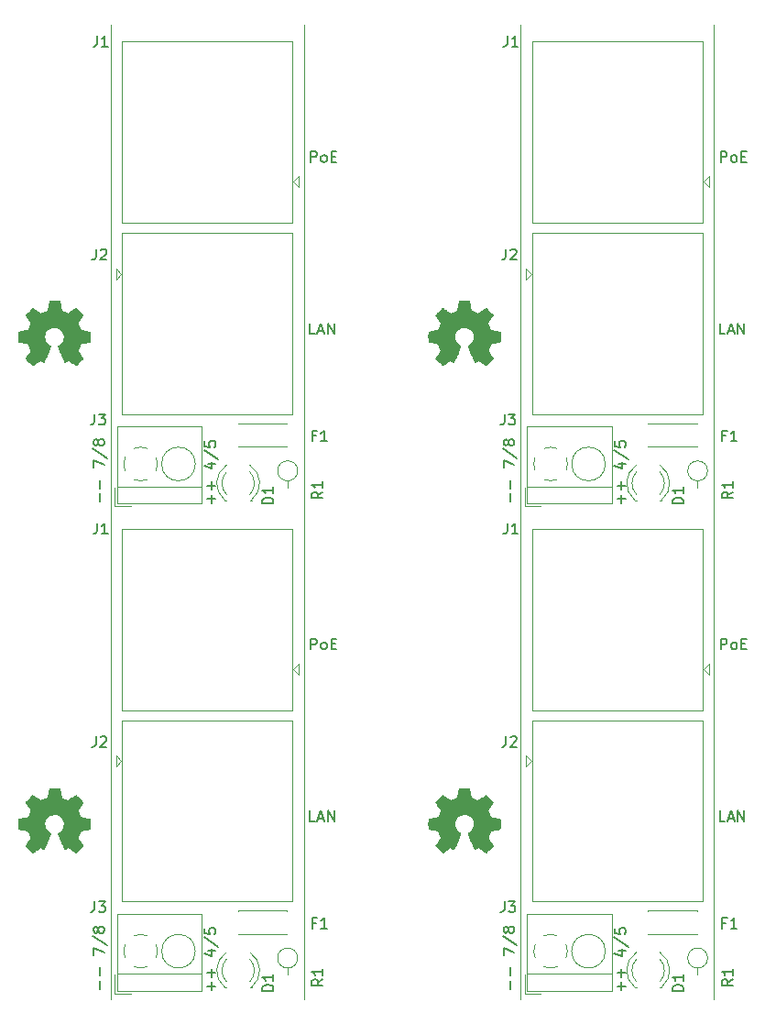
<source format=gbr>
G04 #@! TF.GenerationSoftware,KiCad,Pcbnew,5.1.5+dfsg1-2build2*
G04 #@! TF.CreationDate,2021-07-15T16:03:10-05:00*
G04 #@! TF.ProjectId,,58585858-5858-4585-9858-585858585858,rev?*
G04 #@! TF.SameCoordinates,Original*
G04 #@! TF.FileFunction,Legend,Top*
G04 #@! TF.FilePolarity,Positive*
%FSLAX46Y46*%
G04 Gerber Fmt 4.6, Leading zero omitted, Abs format (unit mm)*
G04 Created by KiCad (PCBNEW 5.1.5+dfsg1-2build2) date 2021-07-15 16:03:10*
%MOMM*%
%LPD*%
G04 APERTURE LIST*
%ADD10C,0.150000*%
%ADD11C,0.120000*%
%ADD12C,0.010000*%
G04 APERTURE END LIST*
D10*
X137529428Y-146663142D02*
X137529428Y-145901238D01*
X137529428Y-145425047D02*
X137529428Y-144663142D01*
X136910380Y-143520285D02*
X136910380Y-142853619D01*
X137910380Y-143282190D01*
X136862761Y-141758380D02*
X138148476Y-142615523D01*
X137338952Y-141282190D02*
X137291333Y-141377428D01*
X137243714Y-141425047D01*
X137148476Y-141472666D01*
X137100857Y-141472666D01*
X137005619Y-141425047D01*
X136958000Y-141377428D01*
X136910380Y-141282190D01*
X136910380Y-141091714D01*
X136958000Y-140996476D01*
X137005619Y-140948857D01*
X137100857Y-140901238D01*
X137148476Y-140901238D01*
X137243714Y-140948857D01*
X137291333Y-140996476D01*
X137338952Y-141091714D01*
X137338952Y-141282190D01*
X137386571Y-141377428D01*
X137434190Y-141425047D01*
X137529428Y-141472666D01*
X137719904Y-141472666D01*
X137815142Y-141425047D01*
X137862761Y-141377428D01*
X137910380Y-141282190D01*
X137910380Y-141091714D01*
X137862761Y-140996476D01*
X137815142Y-140948857D01*
X137719904Y-140901238D01*
X137529428Y-140901238D01*
X137434190Y-140948857D01*
X137386571Y-140996476D01*
X137338952Y-141091714D01*
X99639428Y-146663142D02*
X99639428Y-145901238D01*
X99639428Y-145425047D02*
X99639428Y-144663142D01*
X99020380Y-143520285D02*
X99020380Y-142853619D01*
X100020380Y-143282190D01*
X98972761Y-141758380D02*
X100258476Y-142615523D01*
X99448952Y-141282190D02*
X99401333Y-141377428D01*
X99353714Y-141425047D01*
X99258476Y-141472666D01*
X99210857Y-141472666D01*
X99115619Y-141425047D01*
X99068000Y-141377428D01*
X99020380Y-141282190D01*
X99020380Y-141091714D01*
X99068000Y-140996476D01*
X99115619Y-140948857D01*
X99210857Y-140901238D01*
X99258476Y-140901238D01*
X99353714Y-140948857D01*
X99401333Y-140996476D01*
X99448952Y-141091714D01*
X99448952Y-141282190D01*
X99496571Y-141377428D01*
X99544190Y-141425047D01*
X99639428Y-141472666D01*
X99829904Y-141472666D01*
X99925142Y-141425047D01*
X99972761Y-141377428D01*
X100020380Y-141282190D01*
X100020380Y-141091714D01*
X99972761Y-140996476D01*
X99925142Y-140948857D01*
X99829904Y-140901238D01*
X99639428Y-140901238D01*
X99544190Y-140948857D01*
X99496571Y-140996476D01*
X99448952Y-141091714D01*
X137529428Y-101663142D02*
X137529428Y-100901238D01*
X137529428Y-100425047D02*
X137529428Y-99663142D01*
X136910380Y-98520285D02*
X136910380Y-97853619D01*
X137910380Y-98282190D01*
X136862761Y-96758380D02*
X138148476Y-97615523D01*
X137338952Y-96282190D02*
X137291333Y-96377428D01*
X137243714Y-96425047D01*
X137148476Y-96472666D01*
X137100857Y-96472666D01*
X137005619Y-96425047D01*
X136958000Y-96377428D01*
X136910380Y-96282190D01*
X136910380Y-96091714D01*
X136958000Y-95996476D01*
X137005619Y-95948857D01*
X137100857Y-95901238D01*
X137148476Y-95901238D01*
X137243714Y-95948857D01*
X137291333Y-95996476D01*
X137338952Y-96091714D01*
X137338952Y-96282190D01*
X137386571Y-96377428D01*
X137434190Y-96425047D01*
X137529428Y-96472666D01*
X137719904Y-96472666D01*
X137815142Y-96425047D01*
X137862761Y-96377428D01*
X137910380Y-96282190D01*
X137910380Y-96091714D01*
X137862761Y-95996476D01*
X137815142Y-95948857D01*
X137719904Y-95901238D01*
X137529428Y-95901238D01*
X137434190Y-95948857D01*
X137386571Y-95996476D01*
X137338952Y-96091714D01*
X156992333Y-115302380D02*
X156992333Y-114302380D01*
X157373285Y-114302380D01*
X157468523Y-114350000D01*
X157516142Y-114397619D01*
X157563761Y-114492857D01*
X157563761Y-114635714D01*
X157516142Y-114730952D01*
X157468523Y-114778571D01*
X157373285Y-114826190D01*
X156992333Y-114826190D01*
X158135190Y-115302380D02*
X158039952Y-115254761D01*
X157992333Y-115207142D01*
X157944714Y-115111904D01*
X157944714Y-114826190D01*
X157992333Y-114730952D01*
X158039952Y-114683333D01*
X158135190Y-114635714D01*
X158278047Y-114635714D01*
X158373285Y-114683333D01*
X158420904Y-114730952D01*
X158468523Y-114826190D01*
X158468523Y-115111904D01*
X158420904Y-115207142D01*
X158373285Y-115254761D01*
X158278047Y-115302380D01*
X158135190Y-115302380D01*
X158897095Y-114778571D02*
X159230428Y-114778571D01*
X159373285Y-115302380D02*
X158897095Y-115302380D01*
X158897095Y-114302380D01*
X159373285Y-114302380D01*
X119102333Y-115302380D02*
X119102333Y-114302380D01*
X119483285Y-114302380D01*
X119578523Y-114350000D01*
X119626142Y-114397619D01*
X119673761Y-114492857D01*
X119673761Y-114635714D01*
X119626142Y-114730952D01*
X119578523Y-114778571D01*
X119483285Y-114826190D01*
X119102333Y-114826190D01*
X120245190Y-115302380D02*
X120149952Y-115254761D01*
X120102333Y-115207142D01*
X120054714Y-115111904D01*
X120054714Y-114826190D01*
X120102333Y-114730952D01*
X120149952Y-114683333D01*
X120245190Y-114635714D01*
X120388047Y-114635714D01*
X120483285Y-114683333D01*
X120530904Y-114730952D01*
X120578523Y-114826190D01*
X120578523Y-115111904D01*
X120530904Y-115207142D01*
X120483285Y-115254761D01*
X120388047Y-115302380D01*
X120245190Y-115302380D01*
X121007095Y-114778571D02*
X121340428Y-114778571D01*
X121483285Y-115302380D02*
X121007095Y-115302380D01*
X121007095Y-114302380D01*
X121483285Y-114302380D01*
X156992333Y-70302380D02*
X156992333Y-69302380D01*
X157373285Y-69302380D01*
X157468523Y-69350000D01*
X157516142Y-69397619D01*
X157563761Y-69492857D01*
X157563761Y-69635714D01*
X157516142Y-69730952D01*
X157468523Y-69778571D01*
X157373285Y-69826190D01*
X156992333Y-69826190D01*
X158135190Y-70302380D02*
X158039952Y-70254761D01*
X157992333Y-70207142D01*
X157944714Y-70111904D01*
X157944714Y-69826190D01*
X157992333Y-69730952D01*
X158039952Y-69683333D01*
X158135190Y-69635714D01*
X158278047Y-69635714D01*
X158373285Y-69683333D01*
X158420904Y-69730952D01*
X158468523Y-69826190D01*
X158468523Y-70111904D01*
X158420904Y-70207142D01*
X158373285Y-70254761D01*
X158278047Y-70302380D01*
X158135190Y-70302380D01*
X158897095Y-69778571D02*
X159230428Y-69778571D01*
X159373285Y-70302380D02*
X158897095Y-70302380D01*
X158897095Y-69302380D01*
X159373285Y-69302380D01*
D11*
X156382000Y-102582000D02*
X156382000Y-147582000D01*
X118492000Y-102582000D02*
X118492000Y-147582000D01*
X156382000Y-57582000D02*
X156382000Y-102582000D01*
D10*
X157389142Y-131177380D02*
X156912952Y-131177380D01*
X156912952Y-130177380D01*
X157674857Y-130891666D02*
X158151047Y-130891666D01*
X157579619Y-131177380D02*
X157912952Y-130177380D01*
X158246285Y-131177380D01*
X158579619Y-131177380D02*
X158579619Y-130177380D01*
X159151047Y-131177380D01*
X159151047Y-130177380D01*
X119499142Y-131177380D02*
X119022952Y-131177380D01*
X119022952Y-130177380D01*
X119784857Y-130891666D02*
X120261047Y-130891666D01*
X119689619Y-131177380D02*
X120022952Y-130177380D01*
X120356285Y-131177380D01*
X120689619Y-131177380D02*
X120689619Y-130177380D01*
X121261047Y-131177380D01*
X121261047Y-130177380D01*
X157389142Y-86177380D02*
X156912952Y-86177380D01*
X156912952Y-85177380D01*
X157674857Y-85891666D02*
X158151047Y-85891666D01*
X157579619Y-86177380D02*
X157912952Y-85177380D01*
X158246285Y-86177380D01*
X158579619Y-86177380D02*
X158579619Y-85177380D01*
X159151047Y-86177380D01*
X159151047Y-85177380D01*
X147816428Y-146790142D02*
X147816428Y-146028238D01*
X148197380Y-146409190D02*
X147435476Y-146409190D01*
X147816428Y-145552047D02*
X147816428Y-144790142D01*
X148197380Y-145171095D02*
X147435476Y-145171095D01*
X147530714Y-143123476D02*
X148197380Y-143123476D01*
X147149761Y-143361571D02*
X147864047Y-143599666D01*
X147864047Y-142980619D01*
X147149761Y-141885380D02*
X148435476Y-142742523D01*
X147197380Y-141075857D02*
X147197380Y-141552047D01*
X147673571Y-141599666D01*
X147625952Y-141552047D01*
X147578333Y-141456809D01*
X147578333Y-141218714D01*
X147625952Y-141123476D01*
X147673571Y-141075857D01*
X147768809Y-141028238D01*
X148006904Y-141028238D01*
X148102142Y-141075857D01*
X148149761Y-141123476D01*
X148197380Y-141218714D01*
X148197380Y-141456809D01*
X148149761Y-141552047D01*
X148102142Y-141599666D01*
X109926428Y-146790142D02*
X109926428Y-146028238D01*
X110307380Y-146409190D02*
X109545476Y-146409190D01*
X109926428Y-145552047D02*
X109926428Y-144790142D01*
X110307380Y-145171095D02*
X109545476Y-145171095D01*
X109640714Y-143123476D02*
X110307380Y-143123476D01*
X109259761Y-143361571D02*
X109974047Y-143599666D01*
X109974047Y-142980619D01*
X109259761Y-141885380D02*
X110545476Y-142742523D01*
X109307380Y-141075857D02*
X109307380Y-141552047D01*
X109783571Y-141599666D01*
X109735952Y-141552047D01*
X109688333Y-141456809D01*
X109688333Y-141218714D01*
X109735952Y-141123476D01*
X109783571Y-141075857D01*
X109878809Y-141028238D01*
X110116904Y-141028238D01*
X110212142Y-141075857D01*
X110259761Y-141123476D01*
X110307380Y-141218714D01*
X110307380Y-141456809D01*
X110259761Y-141552047D01*
X110212142Y-141599666D01*
X147816428Y-101790142D02*
X147816428Y-101028238D01*
X148197380Y-101409190D02*
X147435476Y-101409190D01*
X147816428Y-100552047D02*
X147816428Y-99790142D01*
X148197380Y-100171095D02*
X147435476Y-100171095D01*
X147530714Y-98123476D02*
X148197380Y-98123476D01*
X147149761Y-98361571D02*
X147864047Y-98599666D01*
X147864047Y-97980619D01*
X147149761Y-96885380D02*
X148435476Y-97742523D01*
X147197380Y-96075857D02*
X147197380Y-96552047D01*
X147673571Y-96599666D01*
X147625952Y-96552047D01*
X147578333Y-96456809D01*
X147578333Y-96218714D01*
X147625952Y-96123476D01*
X147673571Y-96075857D01*
X147768809Y-96028238D01*
X148006904Y-96028238D01*
X148102142Y-96075857D01*
X148149761Y-96123476D01*
X148197380Y-96218714D01*
X148197380Y-96456809D01*
X148149761Y-96552047D01*
X148102142Y-96599666D01*
D11*
X138492000Y-102582000D02*
X138492000Y-147582000D01*
X100602000Y-102582000D02*
X100602000Y-147582000D01*
X138492000Y-57582000D02*
X138492000Y-102582000D01*
D10*
X119102333Y-70302380D02*
X119102333Y-69302380D01*
X119483285Y-69302380D01*
X119578523Y-69350000D01*
X119626142Y-69397619D01*
X119673761Y-69492857D01*
X119673761Y-69635714D01*
X119626142Y-69730952D01*
X119578523Y-69778571D01*
X119483285Y-69826190D01*
X119102333Y-69826190D01*
X120245190Y-70302380D02*
X120149952Y-70254761D01*
X120102333Y-70207142D01*
X120054714Y-70111904D01*
X120054714Y-69826190D01*
X120102333Y-69730952D01*
X120149952Y-69683333D01*
X120245190Y-69635714D01*
X120388047Y-69635714D01*
X120483285Y-69683333D01*
X120530904Y-69730952D01*
X120578523Y-69826190D01*
X120578523Y-70111904D01*
X120530904Y-70207142D01*
X120483285Y-70254761D01*
X120388047Y-70302380D01*
X120245190Y-70302380D01*
X121007095Y-69778571D02*
X121340428Y-69778571D01*
X121483285Y-70302380D02*
X121007095Y-70302380D01*
X121007095Y-69302380D01*
X121483285Y-69302380D01*
X119499142Y-86177380D02*
X119022952Y-86177380D01*
X119022952Y-85177380D01*
X119784857Y-85891666D02*
X120261047Y-85891666D01*
X119689619Y-86177380D02*
X120022952Y-85177380D01*
X120356285Y-86177380D01*
X120689619Y-86177380D02*
X120689619Y-85177380D01*
X121261047Y-86177380D01*
X121261047Y-85177380D01*
X109926428Y-101790142D02*
X109926428Y-101028238D01*
X110307380Y-101409190D02*
X109545476Y-101409190D01*
X109926428Y-100552047D02*
X109926428Y-99790142D01*
X110307380Y-100171095D02*
X109545476Y-100171095D01*
X109640714Y-98123476D02*
X110307380Y-98123476D01*
X109259761Y-98361571D02*
X109974047Y-98599666D01*
X109974047Y-97980619D01*
X109259761Y-96885380D02*
X110545476Y-97742523D01*
X109307380Y-96075857D02*
X109307380Y-96552047D01*
X109783571Y-96599666D01*
X109735952Y-96552047D01*
X109688333Y-96456809D01*
X109688333Y-96218714D01*
X109735952Y-96123476D01*
X109783571Y-96075857D01*
X109878809Y-96028238D01*
X110116904Y-96028238D01*
X110212142Y-96075857D01*
X110259761Y-96123476D01*
X110307380Y-96218714D01*
X110307380Y-96456809D01*
X110259761Y-96552047D01*
X110212142Y-96599666D01*
X99639428Y-101663142D02*
X99639428Y-100901238D01*
X99639428Y-100425047D02*
X99639428Y-99663142D01*
X99020380Y-98520285D02*
X99020380Y-97853619D01*
X100020380Y-98282190D01*
X98972761Y-96758380D02*
X100258476Y-97615523D01*
X99448952Y-96282190D02*
X99401333Y-96377428D01*
X99353714Y-96425047D01*
X99258476Y-96472666D01*
X99210857Y-96472666D01*
X99115619Y-96425047D01*
X99068000Y-96377428D01*
X99020380Y-96282190D01*
X99020380Y-96091714D01*
X99068000Y-95996476D01*
X99115619Y-95948857D01*
X99210857Y-95901238D01*
X99258476Y-95901238D01*
X99353714Y-95948857D01*
X99401333Y-95996476D01*
X99448952Y-96091714D01*
X99448952Y-96282190D01*
X99496571Y-96377428D01*
X99544190Y-96425047D01*
X99639428Y-96472666D01*
X99829904Y-96472666D01*
X99925142Y-96425047D01*
X99972761Y-96377428D01*
X100020380Y-96282190D01*
X100020380Y-96091714D01*
X99972761Y-95996476D01*
X99925142Y-95948857D01*
X99829904Y-95901238D01*
X99639428Y-95901238D01*
X99544190Y-95948857D01*
X99496571Y-95996476D01*
X99448952Y-96091714D01*
D11*
X118492000Y-57582000D02*
X118492000Y-102582000D01*
X100602000Y-57582000D02*
X100602000Y-102582000D01*
X139572000Y-104170000D02*
X155302000Y-104170000D01*
X139572000Y-120910000D02*
X139572000Y-104170000D01*
X155302000Y-120910000D02*
X155302000Y-104170000D01*
X139582000Y-120910000D02*
X155302000Y-120910000D01*
X155382000Y-117120000D02*
X155882000Y-117620000D01*
X155882000Y-117620000D02*
X155882000Y-116620000D01*
X155882000Y-116620000D02*
X155382000Y-117120000D01*
X101682000Y-104170000D02*
X117412000Y-104170000D01*
X101682000Y-120910000D02*
X101682000Y-104170000D01*
X117412000Y-120910000D02*
X117412000Y-104170000D01*
X101692000Y-120910000D02*
X117412000Y-120910000D01*
X117492000Y-117120000D02*
X117992000Y-117620000D01*
X117992000Y-117620000D02*
X117992000Y-116620000D01*
X117992000Y-116620000D02*
X117492000Y-117120000D01*
X139572000Y-59170000D02*
X155302000Y-59170000D01*
X139572000Y-75910000D02*
X139572000Y-59170000D01*
X155302000Y-75910000D02*
X155302000Y-59170000D01*
X139582000Y-75910000D02*
X155302000Y-75910000D01*
X155382000Y-72120000D02*
X155882000Y-72620000D01*
X155882000Y-72620000D02*
X155882000Y-71620000D01*
X155882000Y-71620000D02*
X155382000Y-72120000D01*
X149206392Y-143276665D02*
G75*
G03X149049484Y-146509000I1078608J-1672335D01*
G01*
X151363608Y-143276665D02*
G75*
G02X151520516Y-146509000I-1078608J-1672335D01*
G01*
X149205163Y-143907870D02*
G75*
G03X149205000Y-145989961I1079837J-1041130D01*
G01*
X151364837Y-143907870D02*
G75*
G02X151365000Y-145989961I-1079837J-1041130D01*
G01*
X149049000Y-146509000D02*
X149205000Y-146509000D01*
X151365000Y-146509000D02*
X151521000Y-146509000D01*
X111316392Y-143276665D02*
G75*
G03X111159484Y-146509000I1078608J-1672335D01*
G01*
X113473608Y-143276665D02*
G75*
G02X113630516Y-146509000I-1078608J-1672335D01*
G01*
X111315163Y-143907870D02*
G75*
G03X111315000Y-145989961I1079837J-1041130D01*
G01*
X113474837Y-143907870D02*
G75*
G02X113475000Y-145989961I-1079837J-1041130D01*
G01*
X111159000Y-146509000D02*
X111315000Y-146509000D01*
X113475000Y-146509000D02*
X113631000Y-146509000D01*
X149206392Y-98276665D02*
G75*
G03X149049484Y-101509000I1078608J-1672335D01*
G01*
X151363608Y-98276665D02*
G75*
G02X151520516Y-101509000I-1078608J-1672335D01*
G01*
X149205163Y-98907870D02*
G75*
G03X149205000Y-100989961I1079837J-1041130D01*
G01*
X151364837Y-98907870D02*
G75*
G02X151365000Y-100989961I-1079837J-1041130D01*
G01*
X149049000Y-101509000D02*
X149205000Y-101509000D01*
X151365000Y-101509000D02*
X151521000Y-101509000D01*
X141875587Y-144602385D02*
G75*
G02X141268000Y-144726000I-607587J1431385D01*
G01*
X142700109Y-142563258D02*
G75*
G02X142700000Y-143779000I-1432109J-607742D01*
G01*
X140660258Y-141738891D02*
G75*
G02X141876000Y-141739000I607742J-1432109D01*
G01*
X139835891Y-143778742D02*
G75*
G02X139836000Y-142563000I1432109J607742D01*
G01*
X141295011Y-144726492D02*
G75*
G02X140660000Y-144603000I-27011J1555492D01*
G01*
X146323000Y-143171000D02*
G75*
G03X146323000Y-143171000I-1555000J0D01*
G01*
X139108000Y-145271000D02*
X146928000Y-145271000D01*
X139108000Y-139711000D02*
X146928000Y-139711000D01*
X139108000Y-146831000D02*
X146928000Y-146831000D01*
X139108000Y-139711000D02*
X139108000Y-146831000D01*
X146928000Y-139711000D02*
X146928000Y-146831000D01*
X138868000Y-145331000D02*
X138868000Y-147071000D01*
X138868000Y-147071000D02*
X140368000Y-147071000D01*
X103985587Y-144602385D02*
G75*
G02X103378000Y-144726000I-607587J1431385D01*
G01*
X104810109Y-142563258D02*
G75*
G02X104810000Y-143779000I-1432109J-607742D01*
G01*
X102770258Y-141738891D02*
G75*
G02X103986000Y-141739000I607742J-1432109D01*
G01*
X101945891Y-143778742D02*
G75*
G02X101946000Y-142563000I1432109J607742D01*
G01*
X103405011Y-144726492D02*
G75*
G02X102770000Y-144603000I-27011J1555492D01*
G01*
X108433000Y-143171000D02*
G75*
G03X108433000Y-143171000I-1555000J0D01*
G01*
X101218000Y-145271000D02*
X109038000Y-145271000D01*
X101218000Y-139711000D02*
X109038000Y-139711000D01*
X101218000Y-146831000D02*
X109038000Y-146831000D01*
X101218000Y-139711000D02*
X101218000Y-146831000D01*
X109038000Y-139711000D02*
X109038000Y-146831000D01*
X100978000Y-145331000D02*
X100978000Y-147071000D01*
X100978000Y-147071000D02*
X102478000Y-147071000D01*
X141875587Y-99602385D02*
G75*
G02X141268000Y-99726000I-607587J1431385D01*
G01*
X142700109Y-97563258D02*
G75*
G02X142700000Y-98779000I-1432109J-607742D01*
G01*
X140660258Y-96738891D02*
G75*
G02X141876000Y-96739000I607742J-1432109D01*
G01*
X139835891Y-98778742D02*
G75*
G02X139836000Y-97563000I1432109J607742D01*
G01*
X141295011Y-99726492D02*
G75*
G02X140660000Y-99603000I-27011J1555492D01*
G01*
X146323000Y-98171000D02*
G75*
G03X146323000Y-98171000I-1555000J0D01*
G01*
X139108000Y-100271000D02*
X146928000Y-100271000D01*
X139108000Y-94711000D02*
X146928000Y-94711000D01*
X139108000Y-101831000D02*
X146928000Y-101831000D01*
X139108000Y-94711000D02*
X139108000Y-101831000D01*
X146928000Y-94711000D02*
X146928000Y-101831000D01*
X138868000Y-100331000D02*
X138868000Y-102071000D01*
X138868000Y-102071000D02*
X140368000Y-102071000D01*
D12*
G36*
X133822814Y-128574931D02*
G01*
X133906635Y-129019555D01*
X134215920Y-129147053D01*
X134525206Y-129274551D01*
X134896246Y-129022246D01*
X135000157Y-128951996D01*
X135094087Y-128889272D01*
X135173652Y-128836938D01*
X135234470Y-128797857D01*
X135272157Y-128774893D01*
X135282421Y-128769942D01*
X135300910Y-128782676D01*
X135340420Y-128817882D01*
X135396522Y-128871062D01*
X135464787Y-128937718D01*
X135540786Y-129013354D01*
X135620092Y-129093472D01*
X135698275Y-129173574D01*
X135770907Y-129249164D01*
X135833559Y-129315745D01*
X135881803Y-129368818D01*
X135911210Y-129403887D01*
X135918241Y-129415623D01*
X135908123Y-129437260D01*
X135879759Y-129484662D01*
X135836129Y-129553193D01*
X135780218Y-129638215D01*
X135715006Y-129735093D01*
X135677219Y-129790350D01*
X135608343Y-129891248D01*
X135547140Y-129982299D01*
X135496578Y-130058970D01*
X135459628Y-130116728D01*
X135439258Y-130151043D01*
X135436197Y-130158254D01*
X135443136Y-130178748D01*
X135462051Y-130226513D01*
X135490087Y-130294832D01*
X135524391Y-130376989D01*
X135562109Y-130466270D01*
X135600387Y-130555958D01*
X135636370Y-130639338D01*
X135667206Y-130709694D01*
X135690039Y-130760310D01*
X135702017Y-130784471D01*
X135702724Y-130785422D01*
X135721531Y-130790036D01*
X135771618Y-130800328D01*
X135847793Y-130815287D01*
X135944865Y-130833901D01*
X136057643Y-130855159D01*
X136123442Y-130867418D01*
X136243950Y-130890362D01*
X136352797Y-130912195D01*
X136444476Y-130931722D01*
X136513481Y-130947748D01*
X136554304Y-130959079D01*
X136562511Y-130962674D01*
X136570548Y-130987006D01*
X136577033Y-131041959D01*
X136581970Y-131121108D01*
X136585364Y-131218026D01*
X136587218Y-131326287D01*
X136587538Y-131439465D01*
X136586327Y-131551135D01*
X136583590Y-131654868D01*
X136579331Y-131744241D01*
X136573555Y-131812826D01*
X136566267Y-131854197D01*
X136561895Y-131862810D01*
X136535764Y-131873133D01*
X136480393Y-131887892D01*
X136403107Y-131905352D01*
X136311230Y-131923780D01*
X136279158Y-131929741D01*
X136124524Y-131958066D01*
X136002375Y-131980876D01*
X135908673Y-131999080D01*
X135839384Y-132013583D01*
X135790471Y-132025292D01*
X135757897Y-132035115D01*
X135737628Y-132043956D01*
X135725626Y-132052724D01*
X135723947Y-132054457D01*
X135707184Y-132082371D01*
X135681614Y-132136695D01*
X135649788Y-132210777D01*
X135614260Y-132297965D01*
X135577583Y-132391608D01*
X135542311Y-132485052D01*
X135510996Y-132571647D01*
X135486193Y-132644740D01*
X135470454Y-132697678D01*
X135466332Y-132723811D01*
X135466676Y-132724726D01*
X135480641Y-132746086D01*
X135512322Y-132793084D01*
X135558391Y-132860827D01*
X135615518Y-132944423D01*
X135680373Y-133038982D01*
X135698843Y-133065854D01*
X135764699Y-133163275D01*
X135822650Y-133252163D01*
X135869538Y-133327412D01*
X135902207Y-133383920D01*
X135917500Y-133416581D01*
X135918241Y-133420593D01*
X135905392Y-133441684D01*
X135869888Y-133483464D01*
X135816293Y-133541445D01*
X135749171Y-133611135D01*
X135673087Y-133688045D01*
X135592604Y-133767683D01*
X135512287Y-133845561D01*
X135436699Y-133917186D01*
X135370405Y-133978070D01*
X135317969Y-134023721D01*
X135283955Y-134049650D01*
X135274545Y-134053883D01*
X135252643Y-134043912D01*
X135207800Y-134017020D01*
X135147321Y-133977736D01*
X135100789Y-133946117D01*
X135016475Y-133888098D01*
X134916626Y-133819784D01*
X134816473Y-133751579D01*
X134762627Y-133715075D01*
X134580371Y-133591800D01*
X134427381Y-133674520D01*
X134357682Y-133710759D01*
X134298414Y-133738926D01*
X134258311Y-133754991D01*
X134248103Y-133757226D01*
X134235829Y-133740722D01*
X134211613Y-133694082D01*
X134177263Y-133621609D01*
X134134588Y-133527606D01*
X134085394Y-133416374D01*
X134031490Y-133292215D01*
X133974684Y-133159432D01*
X133916782Y-133022327D01*
X133859593Y-132885202D01*
X133804924Y-132752358D01*
X133754584Y-132628098D01*
X133710380Y-132516725D01*
X133674119Y-132422539D01*
X133647609Y-132349844D01*
X133632658Y-132302941D01*
X133630254Y-132286833D01*
X133649311Y-132266286D01*
X133691036Y-132232933D01*
X133746706Y-132193702D01*
X133751378Y-132190599D01*
X133895264Y-132075423D01*
X134011283Y-131941053D01*
X134098430Y-131791784D01*
X134155699Y-131631913D01*
X134182086Y-131465737D01*
X134176585Y-131297552D01*
X134138190Y-131131655D01*
X134065895Y-130972342D01*
X134044626Y-130937487D01*
X133933996Y-130796737D01*
X133803302Y-130683714D01*
X133657064Y-130599003D01*
X133499808Y-130543194D01*
X133336057Y-130516874D01*
X133170333Y-130520630D01*
X133007162Y-130555050D01*
X132851065Y-130620723D01*
X132706567Y-130718235D01*
X132661869Y-130757813D01*
X132548112Y-130881703D01*
X132465218Y-131012124D01*
X132408356Y-131158315D01*
X132376687Y-131303088D01*
X132368869Y-131465860D01*
X132394938Y-131629440D01*
X132452245Y-131788298D01*
X132538144Y-131936906D01*
X132649986Y-132069735D01*
X132785123Y-132181256D01*
X132802883Y-132193011D01*
X132859150Y-132231508D01*
X132901923Y-132264863D01*
X132922372Y-132286160D01*
X132922669Y-132286833D01*
X132918279Y-132309871D01*
X132900876Y-132362157D01*
X132872268Y-132439390D01*
X132834265Y-132537268D01*
X132788674Y-132651491D01*
X132737303Y-132777758D01*
X132681962Y-132911767D01*
X132624458Y-133049218D01*
X132566601Y-133185808D01*
X132510198Y-133317237D01*
X132457058Y-133439205D01*
X132408990Y-133547409D01*
X132367801Y-133637549D01*
X132335301Y-133705323D01*
X132313297Y-133746430D01*
X132304436Y-133757226D01*
X132277360Y-133748819D01*
X132226697Y-133726272D01*
X132161183Y-133693613D01*
X132125159Y-133674520D01*
X131972168Y-133591800D01*
X131789912Y-133715075D01*
X131696875Y-133778228D01*
X131595015Y-133847727D01*
X131499562Y-133913165D01*
X131451750Y-133946117D01*
X131384505Y-133991273D01*
X131327564Y-134027057D01*
X131288354Y-134048938D01*
X131275619Y-134053563D01*
X131257083Y-134041085D01*
X131216059Y-134006252D01*
X131156525Y-133952678D01*
X131082458Y-133883983D01*
X130997835Y-133803781D01*
X130944315Y-133752286D01*
X130850681Y-133660286D01*
X130769759Y-133577999D01*
X130704823Y-133508945D01*
X130659142Y-133456644D01*
X130635989Y-133424616D01*
X130633768Y-133418116D01*
X130644076Y-133393394D01*
X130672561Y-133343405D01*
X130716063Y-133273212D01*
X130771423Y-133187875D01*
X130835480Y-133092456D01*
X130853697Y-133065854D01*
X130920073Y-132969167D01*
X130979622Y-132882117D01*
X131029016Y-132809595D01*
X131064925Y-132756493D01*
X131084019Y-132727703D01*
X131085864Y-132724726D01*
X131083105Y-132701782D01*
X131068462Y-132651336D01*
X131044487Y-132580041D01*
X131013734Y-132494547D01*
X130978756Y-132401507D01*
X130942107Y-132307574D01*
X130906339Y-132219399D01*
X130874006Y-132143634D01*
X130847662Y-132086931D01*
X130829858Y-132055943D01*
X130828593Y-132054457D01*
X130817706Y-132045601D01*
X130799318Y-132036843D01*
X130769394Y-132027277D01*
X130723897Y-132015996D01*
X130658791Y-132002093D01*
X130570039Y-131984663D01*
X130453607Y-131962798D01*
X130305458Y-131935591D01*
X130273382Y-131929741D01*
X130178314Y-131911374D01*
X130095435Y-131893405D01*
X130032070Y-131877569D01*
X129995542Y-131865600D01*
X129990644Y-131862810D01*
X129982573Y-131838072D01*
X129976013Y-131782790D01*
X129970967Y-131703389D01*
X129967441Y-131606296D01*
X129965439Y-131497938D01*
X129964964Y-131384740D01*
X129966023Y-131273128D01*
X129968618Y-131169529D01*
X129972754Y-131080368D01*
X129978437Y-131012072D01*
X129985669Y-130971066D01*
X129990029Y-130962674D01*
X130014302Y-130954208D01*
X130069574Y-130940435D01*
X130150338Y-130922550D01*
X130251088Y-130901748D01*
X130366317Y-130879223D01*
X130429098Y-130867418D01*
X130548213Y-130845151D01*
X130654435Y-130824979D01*
X130742573Y-130807915D01*
X130807434Y-130794969D01*
X130843826Y-130787155D01*
X130849816Y-130785422D01*
X130859939Y-130765890D01*
X130881338Y-130718843D01*
X130911161Y-130651003D01*
X130946555Y-130569091D01*
X130984668Y-130479828D01*
X131022647Y-130389935D01*
X131057640Y-130306135D01*
X131086794Y-130235147D01*
X131107257Y-130183694D01*
X131116177Y-130158497D01*
X131116343Y-130157396D01*
X131106231Y-130137519D01*
X131077883Y-130091777D01*
X131034277Y-130024717D01*
X130978394Y-129940884D01*
X130913213Y-129844826D01*
X130875321Y-129789650D01*
X130806275Y-129688481D01*
X130744950Y-129596630D01*
X130694337Y-129518744D01*
X130657429Y-129459469D01*
X130637218Y-129423451D01*
X130634299Y-129415377D01*
X130646847Y-129396584D01*
X130681537Y-129356457D01*
X130733937Y-129299493D01*
X130799616Y-129230185D01*
X130874144Y-129153031D01*
X130953087Y-129072525D01*
X131032017Y-128993163D01*
X131106500Y-128919440D01*
X131172106Y-128855852D01*
X131224404Y-128806894D01*
X131258961Y-128777061D01*
X131270522Y-128769942D01*
X131289346Y-128779953D01*
X131334369Y-128808078D01*
X131401213Y-128851454D01*
X131485501Y-128907218D01*
X131582856Y-128972506D01*
X131656293Y-129022246D01*
X132027333Y-129274551D01*
X132645905Y-129019555D01*
X132729725Y-128574931D01*
X132813546Y-128130307D01*
X133738994Y-128130307D01*
X133822814Y-128574931D01*
G37*
X133822814Y-128574931D02*
X133906635Y-129019555D01*
X134215920Y-129147053D01*
X134525206Y-129274551D01*
X134896246Y-129022246D01*
X135000157Y-128951996D01*
X135094087Y-128889272D01*
X135173652Y-128836938D01*
X135234470Y-128797857D01*
X135272157Y-128774893D01*
X135282421Y-128769942D01*
X135300910Y-128782676D01*
X135340420Y-128817882D01*
X135396522Y-128871062D01*
X135464787Y-128937718D01*
X135540786Y-129013354D01*
X135620092Y-129093472D01*
X135698275Y-129173574D01*
X135770907Y-129249164D01*
X135833559Y-129315745D01*
X135881803Y-129368818D01*
X135911210Y-129403887D01*
X135918241Y-129415623D01*
X135908123Y-129437260D01*
X135879759Y-129484662D01*
X135836129Y-129553193D01*
X135780218Y-129638215D01*
X135715006Y-129735093D01*
X135677219Y-129790350D01*
X135608343Y-129891248D01*
X135547140Y-129982299D01*
X135496578Y-130058970D01*
X135459628Y-130116728D01*
X135439258Y-130151043D01*
X135436197Y-130158254D01*
X135443136Y-130178748D01*
X135462051Y-130226513D01*
X135490087Y-130294832D01*
X135524391Y-130376989D01*
X135562109Y-130466270D01*
X135600387Y-130555958D01*
X135636370Y-130639338D01*
X135667206Y-130709694D01*
X135690039Y-130760310D01*
X135702017Y-130784471D01*
X135702724Y-130785422D01*
X135721531Y-130790036D01*
X135771618Y-130800328D01*
X135847793Y-130815287D01*
X135944865Y-130833901D01*
X136057643Y-130855159D01*
X136123442Y-130867418D01*
X136243950Y-130890362D01*
X136352797Y-130912195D01*
X136444476Y-130931722D01*
X136513481Y-130947748D01*
X136554304Y-130959079D01*
X136562511Y-130962674D01*
X136570548Y-130987006D01*
X136577033Y-131041959D01*
X136581970Y-131121108D01*
X136585364Y-131218026D01*
X136587218Y-131326287D01*
X136587538Y-131439465D01*
X136586327Y-131551135D01*
X136583590Y-131654868D01*
X136579331Y-131744241D01*
X136573555Y-131812826D01*
X136566267Y-131854197D01*
X136561895Y-131862810D01*
X136535764Y-131873133D01*
X136480393Y-131887892D01*
X136403107Y-131905352D01*
X136311230Y-131923780D01*
X136279158Y-131929741D01*
X136124524Y-131958066D01*
X136002375Y-131980876D01*
X135908673Y-131999080D01*
X135839384Y-132013583D01*
X135790471Y-132025292D01*
X135757897Y-132035115D01*
X135737628Y-132043956D01*
X135725626Y-132052724D01*
X135723947Y-132054457D01*
X135707184Y-132082371D01*
X135681614Y-132136695D01*
X135649788Y-132210777D01*
X135614260Y-132297965D01*
X135577583Y-132391608D01*
X135542311Y-132485052D01*
X135510996Y-132571647D01*
X135486193Y-132644740D01*
X135470454Y-132697678D01*
X135466332Y-132723811D01*
X135466676Y-132724726D01*
X135480641Y-132746086D01*
X135512322Y-132793084D01*
X135558391Y-132860827D01*
X135615518Y-132944423D01*
X135680373Y-133038982D01*
X135698843Y-133065854D01*
X135764699Y-133163275D01*
X135822650Y-133252163D01*
X135869538Y-133327412D01*
X135902207Y-133383920D01*
X135917500Y-133416581D01*
X135918241Y-133420593D01*
X135905392Y-133441684D01*
X135869888Y-133483464D01*
X135816293Y-133541445D01*
X135749171Y-133611135D01*
X135673087Y-133688045D01*
X135592604Y-133767683D01*
X135512287Y-133845561D01*
X135436699Y-133917186D01*
X135370405Y-133978070D01*
X135317969Y-134023721D01*
X135283955Y-134049650D01*
X135274545Y-134053883D01*
X135252643Y-134043912D01*
X135207800Y-134017020D01*
X135147321Y-133977736D01*
X135100789Y-133946117D01*
X135016475Y-133888098D01*
X134916626Y-133819784D01*
X134816473Y-133751579D01*
X134762627Y-133715075D01*
X134580371Y-133591800D01*
X134427381Y-133674520D01*
X134357682Y-133710759D01*
X134298414Y-133738926D01*
X134258311Y-133754991D01*
X134248103Y-133757226D01*
X134235829Y-133740722D01*
X134211613Y-133694082D01*
X134177263Y-133621609D01*
X134134588Y-133527606D01*
X134085394Y-133416374D01*
X134031490Y-133292215D01*
X133974684Y-133159432D01*
X133916782Y-133022327D01*
X133859593Y-132885202D01*
X133804924Y-132752358D01*
X133754584Y-132628098D01*
X133710380Y-132516725D01*
X133674119Y-132422539D01*
X133647609Y-132349844D01*
X133632658Y-132302941D01*
X133630254Y-132286833D01*
X133649311Y-132266286D01*
X133691036Y-132232933D01*
X133746706Y-132193702D01*
X133751378Y-132190599D01*
X133895264Y-132075423D01*
X134011283Y-131941053D01*
X134098430Y-131791784D01*
X134155699Y-131631913D01*
X134182086Y-131465737D01*
X134176585Y-131297552D01*
X134138190Y-131131655D01*
X134065895Y-130972342D01*
X134044626Y-130937487D01*
X133933996Y-130796737D01*
X133803302Y-130683714D01*
X133657064Y-130599003D01*
X133499808Y-130543194D01*
X133336057Y-130516874D01*
X133170333Y-130520630D01*
X133007162Y-130555050D01*
X132851065Y-130620723D01*
X132706567Y-130718235D01*
X132661869Y-130757813D01*
X132548112Y-130881703D01*
X132465218Y-131012124D01*
X132408356Y-131158315D01*
X132376687Y-131303088D01*
X132368869Y-131465860D01*
X132394938Y-131629440D01*
X132452245Y-131788298D01*
X132538144Y-131936906D01*
X132649986Y-132069735D01*
X132785123Y-132181256D01*
X132802883Y-132193011D01*
X132859150Y-132231508D01*
X132901923Y-132264863D01*
X132922372Y-132286160D01*
X132922669Y-132286833D01*
X132918279Y-132309871D01*
X132900876Y-132362157D01*
X132872268Y-132439390D01*
X132834265Y-132537268D01*
X132788674Y-132651491D01*
X132737303Y-132777758D01*
X132681962Y-132911767D01*
X132624458Y-133049218D01*
X132566601Y-133185808D01*
X132510198Y-133317237D01*
X132457058Y-133439205D01*
X132408990Y-133547409D01*
X132367801Y-133637549D01*
X132335301Y-133705323D01*
X132313297Y-133746430D01*
X132304436Y-133757226D01*
X132277360Y-133748819D01*
X132226697Y-133726272D01*
X132161183Y-133693613D01*
X132125159Y-133674520D01*
X131972168Y-133591800D01*
X131789912Y-133715075D01*
X131696875Y-133778228D01*
X131595015Y-133847727D01*
X131499562Y-133913165D01*
X131451750Y-133946117D01*
X131384505Y-133991273D01*
X131327564Y-134027057D01*
X131288354Y-134048938D01*
X131275619Y-134053563D01*
X131257083Y-134041085D01*
X131216059Y-134006252D01*
X131156525Y-133952678D01*
X131082458Y-133883983D01*
X130997835Y-133803781D01*
X130944315Y-133752286D01*
X130850681Y-133660286D01*
X130769759Y-133577999D01*
X130704823Y-133508945D01*
X130659142Y-133456644D01*
X130635989Y-133424616D01*
X130633768Y-133418116D01*
X130644076Y-133393394D01*
X130672561Y-133343405D01*
X130716063Y-133273212D01*
X130771423Y-133187875D01*
X130835480Y-133092456D01*
X130853697Y-133065854D01*
X130920073Y-132969167D01*
X130979622Y-132882117D01*
X131029016Y-132809595D01*
X131064925Y-132756493D01*
X131084019Y-132727703D01*
X131085864Y-132724726D01*
X131083105Y-132701782D01*
X131068462Y-132651336D01*
X131044487Y-132580041D01*
X131013734Y-132494547D01*
X130978756Y-132401507D01*
X130942107Y-132307574D01*
X130906339Y-132219399D01*
X130874006Y-132143634D01*
X130847662Y-132086931D01*
X130829858Y-132055943D01*
X130828593Y-132054457D01*
X130817706Y-132045601D01*
X130799318Y-132036843D01*
X130769394Y-132027277D01*
X130723897Y-132015996D01*
X130658791Y-132002093D01*
X130570039Y-131984663D01*
X130453607Y-131962798D01*
X130305458Y-131935591D01*
X130273382Y-131929741D01*
X130178314Y-131911374D01*
X130095435Y-131893405D01*
X130032070Y-131877569D01*
X129995542Y-131865600D01*
X129990644Y-131862810D01*
X129982573Y-131838072D01*
X129976013Y-131782790D01*
X129970967Y-131703389D01*
X129967441Y-131606296D01*
X129965439Y-131497938D01*
X129964964Y-131384740D01*
X129966023Y-131273128D01*
X129968618Y-131169529D01*
X129972754Y-131080368D01*
X129978437Y-131012072D01*
X129985669Y-130971066D01*
X129990029Y-130962674D01*
X130014302Y-130954208D01*
X130069574Y-130940435D01*
X130150338Y-130922550D01*
X130251088Y-130901748D01*
X130366317Y-130879223D01*
X130429098Y-130867418D01*
X130548213Y-130845151D01*
X130654435Y-130824979D01*
X130742573Y-130807915D01*
X130807434Y-130794969D01*
X130843826Y-130787155D01*
X130849816Y-130785422D01*
X130859939Y-130765890D01*
X130881338Y-130718843D01*
X130911161Y-130651003D01*
X130946555Y-130569091D01*
X130984668Y-130479828D01*
X131022647Y-130389935D01*
X131057640Y-130306135D01*
X131086794Y-130235147D01*
X131107257Y-130183694D01*
X131116177Y-130158497D01*
X131116343Y-130157396D01*
X131106231Y-130137519D01*
X131077883Y-130091777D01*
X131034277Y-130024717D01*
X130978394Y-129940884D01*
X130913213Y-129844826D01*
X130875321Y-129789650D01*
X130806275Y-129688481D01*
X130744950Y-129596630D01*
X130694337Y-129518744D01*
X130657429Y-129459469D01*
X130637218Y-129423451D01*
X130634299Y-129415377D01*
X130646847Y-129396584D01*
X130681537Y-129356457D01*
X130733937Y-129299493D01*
X130799616Y-129230185D01*
X130874144Y-129153031D01*
X130953087Y-129072525D01*
X131032017Y-128993163D01*
X131106500Y-128919440D01*
X131172106Y-128855852D01*
X131224404Y-128806894D01*
X131258961Y-128777061D01*
X131270522Y-128769942D01*
X131289346Y-128779953D01*
X131334369Y-128808078D01*
X131401213Y-128851454D01*
X131485501Y-128907218D01*
X131582856Y-128972506D01*
X131656293Y-129022246D01*
X132027333Y-129274551D01*
X132645905Y-129019555D01*
X132729725Y-128574931D01*
X132813546Y-128130307D01*
X133738994Y-128130307D01*
X133822814Y-128574931D01*
G36*
X95932814Y-128574931D02*
G01*
X96016635Y-129019555D01*
X96325920Y-129147053D01*
X96635206Y-129274551D01*
X97006246Y-129022246D01*
X97110157Y-128951996D01*
X97204087Y-128889272D01*
X97283652Y-128836938D01*
X97344470Y-128797857D01*
X97382157Y-128774893D01*
X97392421Y-128769942D01*
X97410910Y-128782676D01*
X97450420Y-128817882D01*
X97506522Y-128871062D01*
X97574787Y-128937718D01*
X97650786Y-129013354D01*
X97730092Y-129093472D01*
X97808275Y-129173574D01*
X97880907Y-129249164D01*
X97943559Y-129315745D01*
X97991803Y-129368818D01*
X98021210Y-129403887D01*
X98028241Y-129415623D01*
X98018123Y-129437260D01*
X97989759Y-129484662D01*
X97946129Y-129553193D01*
X97890218Y-129638215D01*
X97825006Y-129735093D01*
X97787219Y-129790350D01*
X97718343Y-129891248D01*
X97657140Y-129982299D01*
X97606578Y-130058970D01*
X97569628Y-130116728D01*
X97549258Y-130151043D01*
X97546197Y-130158254D01*
X97553136Y-130178748D01*
X97572051Y-130226513D01*
X97600087Y-130294832D01*
X97634391Y-130376989D01*
X97672109Y-130466270D01*
X97710387Y-130555958D01*
X97746370Y-130639338D01*
X97777206Y-130709694D01*
X97800039Y-130760310D01*
X97812017Y-130784471D01*
X97812724Y-130785422D01*
X97831531Y-130790036D01*
X97881618Y-130800328D01*
X97957793Y-130815287D01*
X98054865Y-130833901D01*
X98167643Y-130855159D01*
X98233442Y-130867418D01*
X98353950Y-130890362D01*
X98462797Y-130912195D01*
X98554476Y-130931722D01*
X98623481Y-130947748D01*
X98664304Y-130959079D01*
X98672511Y-130962674D01*
X98680548Y-130987006D01*
X98687033Y-131041959D01*
X98691970Y-131121108D01*
X98695364Y-131218026D01*
X98697218Y-131326287D01*
X98697538Y-131439465D01*
X98696327Y-131551135D01*
X98693590Y-131654868D01*
X98689331Y-131744241D01*
X98683555Y-131812826D01*
X98676267Y-131854197D01*
X98671895Y-131862810D01*
X98645764Y-131873133D01*
X98590393Y-131887892D01*
X98513107Y-131905352D01*
X98421230Y-131923780D01*
X98389158Y-131929741D01*
X98234524Y-131958066D01*
X98112375Y-131980876D01*
X98018673Y-131999080D01*
X97949384Y-132013583D01*
X97900471Y-132025292D01*
X97867897Y-132035115D01*
X97847628Y-132043956D01*
X97835626Y-132052724D01*
X97833947Y-132054457D01*
X97817184Y-132082371D01*
X97791614Y-132136695D01*
X97759788Y-132210777D01*
X97724260Y-132297965D01*
X97687583Y-132391608D01*
X97652311Y-132485052D01*
X97620996Y-132571647D01*
X97596193Y-132644740D01*
X97580454Y-132697678D01*
X97576332Y-132723811D01*
X97576676Y-132724726D01*
X97590641Y-132746086D01*
X97622322Y-132793084D01*
X97668391Y-132860827D01*
X97725518Y-132944423D01*
X97790373Y-133038982D01*
X97808843Y-133065854D01*
X97874699Y-133163275D01*
X97932650Y-133252163D01*
X97979538Y-133327412D01*
X98012207Y-133383920D01*
X98027500Y-133416581D01*
X98028241Y-133420593D01*
X98015392Y-133441684D01*
X97979888Y-133483464D01*
X97926293Y-133541445D01*
X97859171Y-133611135D01*
X97783087Y-133688045D01*
X97702604Y-133767683D01*
X97622287Y-133845561D01*
X97546699Y-133917186D01*
X97480405Y-133978070D01*
X97427969Y-134023721D01*
X97393955Y-134049650D01*
X97384545Y-134053883D01*
X97362643Y-134043912D01*
X97317800Y-134017020D01*
X97257321Y-133977736D01*
X97210789Y-133946117D01*
X97126475Y-133888098D01*
X97026626Y-133819784D01*
X96926473Y-133751579D01*
X96872627Y-133715075D01*
X96690371Y-133591800D01*
X96537381Y-133674520D01*
X96467682Y-133710759D01*
X96408414Y-133738926D01*
X96368311Y-133754991D01*
X96358103Y-133757226D01*
X96345829Y-133740722D01*
X96321613Y-133694082D01*
X96287263Y-133621609D01*
X96244588Y-133527606D01*
X96195394Y-133416374D01*
X96141490Y-133292215D01*
X96084684Y-133159432D01*
X96026782Y-133022327D01*
X95969593Y-132885202D01*
X95914924Y-132752358D01*
X95864584Y-132628098D01*
X95820380Y-132516725D01*
X95784119Y-132422539D01*
X95757609Y-132349844D01*
X95742658Y-132302941D01*
X95740254Y-132286833D01*
X95759311Y-132266286D01*
X95801036Y-132232933D01*
X95856706Y-132193702D01*
X95861378Y-132190599D01*
X96005264Y-132075423D01*
X96121283Y-131941053D01*
X96208430Y-131791784D01*
X96265699Y-131631913D01*
X96292086Y-131465737D01*
X96286585Y-131297552D01*
X96248190Y-131131655D01*
X96175895Y-130972342D01*
X96154626Y-130937487D01*
X96043996Y-130796737D01*
X95913302Y-130683714D01*
X95767064Y-130599003D01*
X95609808Y-130543194D01*
X95446057Y-130516874D01*
X95280333Y-130520630D01*
X95117162Y-130555050D01*
X94961065Y-130620723D01*
X94816567Y-130718235D01*
X94771869Y-130757813D01*
X94658112Y-130881703D01*
X94575218Y-131012124D01*
X94518356Y-131158315D01*
X94486687Y-131303088D01*
X94478869Y-131465860D01*
X94504938Y-131629440D01*
X94562245Y-131788298D01*
X94648144Y-131936906D01*
X94759986Y-132069735D01*
X94895123Y-132181256D01*
X94912883Y-132193011D01*
X94969150Y-132231508D01*
X95011923Y-132264863D01*
X95032372Y-132286160D01*
X95032669Y-132286833D01*
X95028279Y-132309871D01*
X95010876Y-132362157D01*
X94982268Y-132439390D01*
X94944265Y-132537268D01*
X94898674Y-132651491D01*
X94847303Y-132777758D01*
X94791962Y-132911767D01*
X94734458Y-133049218D01*
X94676601Y-133185808D01*
X94620198Y-133317237D01*
X94567058Y-133439205D01*
X94518990Y-133547409D01*
X94477801Y-133637549D01*
X94445301Y-133705323D01*
X94423297Y-133746430D01*
X94414436Y-133757226D01*
X94387360Y-133748819D01*
X94336697Y-133726272D01*
X94271183Y-133693613D01*
X94235159Y-133674520D01*
X94082168Y-133591800D01*
X93899912Y-133715075D01*
X93806875Y-133778228D01*
X93705015Y-133847727D01*
X93609562Y-133913165D01*
X93561750Y-133946117D01*
X93494505Y-133991273D01*
X93437564Y-134027057D01*
X93398354Y-134048938D01*
X93385619Y-134053563D01*
X93367083Y-134041085D01*
X93326059Y-134006252D01*
X93266525Y-133952678D01*
X93192458Y-133883983D01*
X93107835Y-133803781D01*
X93054315Y-133752286D01*
X92960681Y-133660286D01*
X92879759Y-133577999D01*
X92814823Y-133508945D01*
X92769142Y-133456644D01*
X92745989Y-133424616D01*
X92743768Y-133418116D01*
X92754076Y-133393394D01*
X92782561Y-133343405D01*
X92826063Y-133273212D01*
X92881423Y-133187875D01*
X92945480Y-133092456D01*
X92963697Y-133065854D01*
X93030073Y-132969167D01*
X93089622Y-132882117D01*
X93139016Y-132809595D01*
X93174925Y-132756493D01*
X93194019Y-132727703D01*
X93195864Y-132724726D01*
X93193105Y-132701782D01*
X93178462Y-132651336D01*
X93154487Y-132580041D01*
X93123734Y-132494547D01*
X93088756Y-132401507D01*
X93052107Y-132307574D01*
X93016339Y-132219399D01*
X92984006Y-132143634D01*
X92957662Y-132086931D01*
X92939858Y-132055943D01*
X92938593Y-132054457D01*
X92927706Y-132045601D01*
X92909318Y-132036843D01*
X92879394Y-132027277D01*
X92833897Y-132015996D01*
X92768791Y-132002093D01*
X92680039Y-131984663D01*
X92563607Y-131962798D01*
X92415458Y-131935591D01*
X92383382Y-131929741D01*
X92288314Y-131911374D01*
X92205435Y-131893405D01*
X92142070Y-131877569D01*
X92105542Y-131865600D01*
X92100644Y-131862810D01*
X92092573Y-131838072D01*
X92086013Y-131782790D01*
X92080967Y-131703389D01*
X92077441Y-131606296D01*
X92075439Y-131497938D01*
X92074964Y-131384740D01*
X92076023Y-131273128D01*
X92078618Y-131169529D01*
X92082754Y-131080368D01*
X92088437Y-131012072D01*
X92095669Y-130971066D01*
X92100029Y-130962674D01*
X92124302Y-130954208D01*
X92179574Y-130940435D01*
X92260338Y-130922550D01*
X92361088Y-130901748D01*
X92476317Y-130879223D01*
X92539098Y-130867418D01*
X92658213Y-130845151D01*
X92764435Y-130824979D01*
X92852573Y-130807915D01*
X92917434Y-130794969D01*
X92953826Y-130787155D01*
X92959816Y-130785422D01*
X92969939Y-130765890D01*
X92991338Y-130718843D01*
X93021161Y-130651003D01*
X93056555Y-130569091D01*
X93094668Y-130479828D01*
X93132647Y-130389935D01*
X93167640Y-130306135D01*
X93196794Y-130235147D01*
X93217257Y-130183694D01*
X93226177Y-130158497D01*
X93226343Y-130157396D01*
X93216231Y-130137519D01*
X93187883Y-130091777D01*
X93144277Y-130024717D01*
X93088394Y-129940884D01*
X93023213Y-129844826D01*
X92985321Y-129789650D01*
X92916275Y-129688481D01*
X92854950Y-129596630D01*
X92804337Y-129518744D01*
X92767429Y-129459469D01*
X92747218Y-129423451D01*
X92744299Y-129415377D01*
X92756847Y-129396584D01*
X92791537Y-129356457D01*
X92843937Y-129299493D01*
X92909616Y-129230185D01*
X92984144Y-129153031D01*
X93063087Y-129072525D01*
X93142017Y-128993163D01*
X93216500Y-128919440D01*
X93282106Y-128855852D01*
X93334404Y-128806894D01*
X93368961Y-128777061D01*
X93380522Y-128769942D01*
X93399346Y-128779953D01*
X93444369Y-128808078D01*
X93511213Y-128851454D01*
X93595501Y-128907218D01*
X93692856Y-128972506D01*
X93766293Y-129022246D01*
X94137333Y-129274551D01*
X94755905Y-129019555D01*
X94839725Y-128574931D01*
X94923546Y-128130307D01*
X95848994Y-128130307D01*
X95932814Y-128574931D01*
G37*
X95932814Y-128574931D02*
X96016635Y-129019555D01*
X96325920Y-129147053D01*
X96635206Y-129274551D01*
X97006246Y-129022246D01*
X97110157Y-128951996D01*
X97204087Y-128889272D01*
X97283652Y-128836938D01*
X97344470Y-128797857D01*
X97382157Y-128774893D01*
X97392421Y-128769942D01*
X97410910Y-128782676D01*
X97450420Y-128817882D01*
X97506522Y-128871062D01*
X97574787Y-128937718D01*
X97650786Y-129013354D01*
X97730092Y-129093472D01*
X97808275Y-129173574D01*
X97880907Y-129249164D01*
X97943559Y-129315745D01*
X97991803Y-129368818D01*
X98021210Y-129403887D01*
X98028241Y-129415623D01*
X98018123Y-129437260D01*
X97989759Y-129484662D01*
X97946129Y-129553193D01*
X97890218Y-129638215D01*
X97825006Y-129735093D01*
X97787219Y-129790350D01*
X97718343Y-129891248D01*
X97657140Y-129982299D01*
X97606578Y-130058970D01*
X97569628Y-130116728D01*
X97549258Y-130151043D01*
X97546197Y-130158254D01*
X97553136Y-130178748D01*
X97572051Y-130226513D01*
X97600087Y-130294832D01*
X97634391Y-130376989D01*
X97672109Y-130466270D01*
X97710387Y-130555958D01*
X97746370Y-130639338D01*
X97777206Y-130709694D01*
X97800039Y-130760310D01*
X97812017Y-130784471D01*
X97812724Y-130785422D01*
X97831531Y-130790036D01*
X97881618Y-130800328D01*
X97957793Y-130815287D01*
X98054865Y-130833901D01*
X98167643Y-130855159D01*
X98233442Y-130867418D01*
X98353950Y-130890362D01*
X98462797Y-130912195D01*
X98554476Y-130931722D01*
X98623481Y-130947748D01*
X98664304Y-130959079D01*
X98672511Y-130962674D01*
X98680548Y-130987006D01*
X98687033Y-131041959D01*
X98691970Y-131121108D01*
X98695364Y-131218026D01*
X98697218Y-131326287D01*
X98697538Y-131439465D01*
X98696327Y-131551135D01*
X98693590Y-131654868D01*
X98689331Y-131744241D01*
X98683555Y-131812826D01*
X98676267Y-131854197D01*
X98671895Y-131862810D01*
X98645764Y-131873133D01*
X98590393Y-131887892D01*
X98513107Y-131905352D01*
X98421230Y-131923780D01*
X98389158Y-131929741D01*
X98234524Y-131958066D01*
X98112375Y-131980876D01*
X98018673Y-131999080D01*
X97949384Y-132013583D01*
X97900471Y-132025292D01*
X97867897Y-132035115D01*
X97847628Y-132043956D01*
X97835626Y-132052724D01*
X97833947Y-132054457D01*
X97817184Y-132082371D01*
X97791614Y-132136695D01*
X97759788Y-132210777D01*
X97724260Y-132297965D01*
X97687583Y-132391608D01*
X97652311Y-132485052D01*
X97620996Y-132571647D01*
X97596193Y-132644740D01*
X97580454Y-132697678D01*
X97576332Y-132723811D01*
X97576676Y-132724726D01*
X97590641Y-132746086D01*
X97622322Y-132793084D01*
X97668391Y-132860827D01*
X97725518Y-132944423D01*
X97790373Y-133038982D01*
X97808843Y-133065854D01*
X97874699Y-133163275D01*
X97932650Y-133252163D01*
X97979538Y-133327412D01*
X98012207Y-133383920D01*
X98027500Y-133416581D01*
X98028241Y-133420593D01*
X98015392Y-133441684D01*
X97979888Y-133483464D01*
X97926293Y-133541445D01*
X97859171Y-133611135D01*
X97783087Y-133688045D01*
X97702604Y-133767683D01*
X97622287Y-133845561D01*
X97546699Y-133917186D01*
X97480405Y-133978070D01*
X97427969Y-134023721D01*
X97393955Y-134049650D01*
X97384545Y-134053883D01*
X97362643Y-134043912D01*
X97317800Y-134017020D01*
X97257321Y-133977736D01*
X97210789Y-133946117D01*
X97126475Y-133888098D01*
X97026626Y-133819784D01*
X96926473Y-133751579D01*
X96872627Y-133715075D01*
X96690371Y-133591800D01*
X96537381Y-133674520D01*
X96467682Y-133710759D01*
X96408414Y-133738926D01*
X96368311Y-133754991D01*
X96358103Y-133757226D01*
X96345829Y-133740722D01*
X96321613Y-133694082D01*
X96287263Y-133621609D01*
X96244588Y-133527606D01*
X96195394Y-133416374D01*
X96141490Y-133292215D01*
X96084684Y-133159432D01*
X96026782Y-133022327D01*
X95969593Y-132885202D01*
X95914924Y-132752358D01*
X95864584Y-132628098D01*
X95820380Y-132516725D01*
X95784119Y-132422539D01*
X95757609Y-132349844D01*
X95742658Y-132302941D01*
X95740254Y-132286833D01*
X95759311Y-132266286D01*
X95801036Y-132232933D01*
X95856706Y-132193702D01*
X95861378Y-132190599D01*
X96005264Y-132075423D01*
X96121283Y-131941053D01*
X96208430Y-131791784D01*
X96265699Y-131631913D01*
X96292086Y-131465737D01*
X96286585Y-131297552D01*
X96248190Y-131131655D01*
X96175895Y-130972342D01*
X96154626Y-130937487D01*
X96043996Y-130796737D01*
X95913302Y-130683714D01*
X95767064Y-130599003D01*
X95609808Y-130543194D01*
X95446057Y-130516874D01*
X95280333Y-130520630D01*
X95117162Y-130555050D01*
X94961065Y-130620723D01*
X94816567Y-130718235D01*
X94771869Y-130757813D01*
X94658112Y-130881703D01*
X94575218Y-131012124D01*
X94518356Y-131158315D01*
X94486687Y-131303088D01*
X94478869Y-131465860D01*
X94504938Y-131629440D01*
X94562245Y-131788298D01*
X94648144Y-131936906D01*
X94759986Y-132069735D01*
X94895123Y-132181256D01*
X94912883Y-132193011D01*
X94969150Y-132231508D01*
X95011923Y-132264863D01*
X95032372Y-132286160D01*
X95032669Y-132286833D01*
X95028279Y-132309871D01*
X95010876Y-132362157D01*
X94982268Y-132439390D01*
X94944265Y-132537268D01*
X94898674Y-132651491D01*
X94847303Y-132777758D01*
X94791962Y-132911767D01*
X94734458Y-133049218D01*
X94676601Y-133185808D01*
X94620198Y-133317237D01*
X94567058Y-133439205D01*
X94518990Y-133547409D01*
X94477801Y-133637549D01*
X94445301Y-133705323D01*
X94423297Y-133746430D01*
X94414436Y-133757226D01*
X94387360Y-133748819D01*
X94336697Y-133726272D01*
X94271183Y-133693613D01*
X94235159Y-133674520D01*
X94082168Y-133591800D01*
X93899912Y-133715075D01*
X93806875Y-133778228D01*
X93705015Y-133847727D01*
X93609562Y-133913165D01*
X93561750Y-133946117D01*
X93494505Y-133991273D01*
X93437564Y-134027057D01*
X93398354Y-134048938D01*
X93385619Y-134053563D01*
X93367083Y-134041085D01*
X93326059Y-134006252D01*
X93266525Y-133952678D01*
X93192458Y-133883983D01*
X93107835Y-133803781D01*
X93054315Y-133752286D01*
X92960681Y-133660286D01*
X92879759Y-133577999D01*
X92814823Y-133508945D01*
X92769142Y-133456644D01*
X92745989Y-133424616D01*
X92743768Y-133418116D01*
X92754076Y-133393394D01*
X92782561Y-133343405D01*
X92826063Y-133273212D01*
X92881423Y-133187875D01*
X92945480Y-133092456D01*
X92963697Y-133065854D01*
X93030073Y-132969167D01*
X93089622Y-132882117D01*
X93139016Y-132809595D01*
X93174925Y-132756493D01*
X93194019Y-132727703D01*
X93195864Y-132724726D01*
X93193105Y-132701782D01*
X93178462Y-132651336D01*
X93154487Y-132580041D01*
X93123734Y-132494547D01*
X93088756Y-132401507D01*
X93052107Y-132307574D01*
X93016339Y-132219399D01*
X92984006Y-132143634D01*
X92957662Y-132086931D01*
X92939858Y-132055943D01*
X92938593Y-132054457D01*
X92927706Y-132045601D01*
X92909318Y-132036843D01*
X92879394Y-132027277D01*
X92833897Y-132015996D01*
X92768791Y-132002093D01*
X92680039Y-131984663D01*
X92563607Y-131962798D01*
X92415458Y-131935591D01*
X92383382Y-131929741D01*
X92288314Y-131911374D01*
X92205435Y-131893405D01*
X92142070Y-131877569D01*
X92105542Y-131865600D01*
X92100644Y-131862810D01*
X92092573Y-131838072D01*
X92086013Y-131782790D01*
X92080967Y-131703389D01*
X92077441Y-131606296D01*
X92075439Y-131497938D01*
X92074964Y-131384740D01*
X92076023Y-131273128D01*
X92078618Y-131169529D01*
X92082754Y-131080368D01*
X92088437Y-131012072D01*
X92095669Y-130971066D01*
X92100029Y-130962674D01*
X92124302Y-130954208D01*
X92179574Y-130940435D01*
X92260338Y-130922550D01*
X92361088Y-130901748D01*
X92476317Y-130879223D01*
X92539098Y-130867418D01*
X92658213Y-130845151D01*
X92764435Y-130824979D01*
X92852573Y-130807915D01*
X92917434Y-130794969D01*
X92953826Y-130787155D01*
X92959816Y-130785422D01*
X92969939Y-130765890D01*
X92991338Y-130718843D01*
X93021161Y-130651003D01*
X93056555Y-130569091D01*
X93094668Y-130479828D01*
X93132647Y-130389935D01*
X93167640Y-130306135D01*
X93196794Y-130235147D01*
X93217257Y-130183694D01*
X93226177Y-130158497D01*
X93226343Y-130157396D01*
X93216231Y-130137519D01*
X93187883Y-130091777D01*
X93144277Y-130024717D01*
X93088394Y-129940884D01*
X93023213Y-129844826D01*
X92985321Y-129789650D01*
X92916275Y-129688481D01*
X92854950Y-129596630D01*
X92804337Y-129518744D01*
X92767429Y-129459469D01*
X92747218Y-129423451D01*
X92744299Y-129415377D01*
X92756847Y-129396584D01*
X92791537Y-129356457D01*
X92843937Y-129299493D01*
X92909616Y-129230185D01*
X92984144Y-129153031D01*
X93063087Y-129072525D01*
X93142017Y-128993163D01*
X93216500Y-128919440D01*
X93282106Y-128855852D01*
X93334404Y-128806894D01*
X93368961Y-128777061D01*
X93380522Y-128769942D01*
X93399346Y-128779953D01*
X93444369Y-128808078D01*
X93511213Y-128851454D01*
X93595501Y-128907218D01*
X93692856Y-128972506D01*
X93766293Y-129022246D01*
X94137333Y-129274551D01*
X94755905Y-129019555D01*
X94839725Y-128574931D01*
X94923546Y-128130307D01*
X95848994Y-128130307D01*
X95932814Y-128574931D01*
G36*
X133822814Y-83574931D02*
G01*
X133906635Y-84019555D01*
X134215920Y-84147053D01*
X134525206Y-84274551D01*
X134896246Y-84022246D01*
X135000157Y-83951996D01*
X135094087Y-83889272D01*
X135173652Y-83836938D01*
X135234470Y-83797857D01*
X135272157Y-83774893D01*
X135282421Y-83769942D01*
X135300910Y-83782676D01*
X135340420Y-83817882D01*
X135396522Y-83871062D01*
X135464787Y-83937718D01*
X135540786Y-84013354D01*
X135620092Y-84093472D01*
X135698275Y-84173574D01*
X135770907Y-84249164D01*
X135833559Y-84315745D01*
X135881803Y-84368818D01*
X135911210Y-84403887D01*
X135918241Y-84415623D01*
X135908123Y-84437260D01*
X135879759Y-84484662D01*
X135836129Y-84553193D01*
X135780218Y-84638215D01*
X135715006Y-84735093D01*
X135677219Y-84790350D01*
X135608343Y-84891248D01*
X135547140Y-84982299D01*
X135496578Y-85058970D01*
X135459628Y-85116728D01*
X135439258Y-85151043D01*
X135436197Y-85158254D01*
X135443136Y-85178748D01*
X135462051Y-85226513D01*
X135490087Y-85294832D01*
X135524391Y-85376989D01*
X135562109Y-85466270D01*
X135600387Y-85555958D01*
X135636370Y-85639338D01*
X135667206Y-85709694D01*
X135690039Y-85760310D01*
X135702017Y-85784471D01*
X135702724Y-85785422D01*
X135721531Y-85790036D01*
X135771618Y-85800328D01*
X135847793Y-85815287D01*
X135944865Y-85833901D01*
X136057643Y-85855159D01*
X136123442Y-85867418D01*
X136243950Y-85890362D01*
X136352797Y-85912195D01*
X136444476Y-85931722D01*
X136513481Y-85947748D01*
X136554304Y-85959079D01*
X136562511Y-85962674D01*
X136570548Y-85987006D01*
X136577033Y-86041959D01*
X136581970Y-86121108D01*
X136585364Y-86218026D01*
X136587218Y-86326287D01*
X136587538Y-86439465D01*
X136586327Y-86551135D01*
X136583590Y-86654868D01*
X136579331Y-86744241D01*
X136573555Y-86812826D01*
X136566267Y-86854197D01*
X136561895Y-86862810D01*
X136535764Y-86873133D01*
X136480393Y-86887892D01*
X136403107Y-86905352D01*
X136311230Y-86923780D01*
X136279158Y-86929741D01*
X136124524Y-86958066D01*
X136002375Y-86980876D01*
X135908673Y-86999080D01*
X135839384Y-87013583D01*
X135790471Y-87025292D01*
X135757897Y-87035115D01*
X135737628Y-87043956D01*
X135725626Y-87052724D01*
X135723947Y-87054457D01*
X135707184Y-87082371D01*
X135681614Y-87136695D01*
X135649788Y-87210777D01*
X135614260Y-87297965D01*
X135577583Y-87391608D01*
X135542311Y-87485052D01*
X135510996Y-87571647D01*
X135486193Y-87644740D01*
X135470454Y-87697678D01*
X135466332Y-87723811D01*
X135466676Y-87724726D01*
X135480641Y-87746086D01*
X135512322Y-87793084D01*
X135558391Y-87860827D01*
X135615518Y-87944423D01*
X135680373Y-88038982D01*
X135698843Y-88065854D01*
X135764699Y-88163275D01*
X135822650Y-88252163D01*
X135869538Y-88327412D01*
X135902207Y-88383920D01*
X135917500Y-88416581D01*
X135918241Y-88420593D01*
X135905392Y-88441684D01*
X135869888Y-88483464D01*
X135816293Y-88541445D01*
X135749171Y-88611135D01*
X135673087Y-88688045D01*
X135592604Y-88767683D01*
X135512287Y-88845561D01*
X135436699Y-88917186D01*
X135370405Y-88978070D01*
X135317969Y-89023721D01*
X135283955Y-89049650D01*
X135274545Y-89053883D01*
X135252643Y-89043912D01*
X135207800Y-89017020D01*
X135147321Y-88977736D01*
X135100789Y-88946117D01*
X135016475Y-88888098D01*
X134916626Y-88819784D01*
X134816473Y-88751579D01*
X134762627Y-88715075D01*
X134580371Y-88591800D01*
X134427381Y-88674520D01*
X134357682Y-88710759D01*
X134298414Y-88738926D01*
X134258311Y-88754991D01*
X134248103Y-88757226D01*
X134235829Y-88740722D01*
X134211613Y-88694082D01*
X134177263Y-88621609D01*
X134134588Y-88527606D01*
X134085394Y-88416374D01*
X134031490Y-88292215D01*
X133974684Y-88159432D01*
X133916782Y-88022327D01*
X133859593Y-87885202D01*
X133804924Y-87752358D01*
X133754584Y-87628098D01*
X133710380Y-87516725D01*
X133674119Y-87422539D01*
X133647609Y-87349844D01*
X133632658Y-87302941D01*
X133630254Y-87286833D01*
X133649311Y-87266286D01*
X133691036Y-87232933D01*
X133746706Y-87193702D01*
X133751378Y-87190599D01*
X133895264Y-87075423D01*
X134011283Y-86941053D01*
X134098430Y-86791784D01*
X134155699Y-86631913D01*
X134182086Y-86465737D01*
X134176585Y-86297552D01*
X134138190Y-86131655D01*
X134065895Y-85972342D01*
X134044626Y-85937487D01*
X133933996Y-85796737D01*
X133803302Y-85683714D01*
X133657064Y-85599003D01*
X133499808Y-85543194D01*
X133336057Y-85516874D01*
X133170333Y-85520630D01*
X133007162Y-85555050D01*
X132851065Y-85620723D01*
X132706567Y-85718235D01*
X132661869Y-85757813D01*
X132548112Y-85881703D01*
X132465218Y-86012124D01*
X132408356Y-86158315D01*
X132376687Y-86303088D01*
X132368869Y-86465860D01*
X132394938Y-86629440D01*
X132452245Y-86788298D01*
X132538144Y-86936906D01*
X132649986Y-87069735D01*
X132785123Y-87181256D01*
X132802883Y-87193011D01*
X132859150Y-87231508D01*
X132901923Y-87264863D01*
X132922372Y-87286160D01*
X132922669Y-87286833D01*
X132918279Y-87309871D01*
X132900876Y-87362157D01*
X132872268Y-87439390D01*
X132834265Y-87537268D01*
X132788674Y-87651491D01*
X132737303Y-87777758D01*
X132681962Y-87911767D01*
X132624458Y-88049218D01*
X132566601Y-88185808D01*
X132510198Y-88317237D01*
X132457058Y-88439205D01*
X132408990Y-88547409D01*
X132367801Y-88637549D01*
X132335301Y-88705323D01*
X132313297Y-88746430D01*
X132304436Y-88757226D01*
X132277360Y-88748819D01*
X132226697Y-88726272D01*
X132161183Y-88693613D01*
X132125159Y-88674520D01*
X131972168Y-88591800D01*
X131789912Y-88715075D01*
X131696875Y-88778228D01*
X131595015Y-88847727D01*
X131499562Y-88913165D01*
X131451750Y-88946117D01*
X131384505Y-88991273D01*
X131327564Y-89027057D01*
X131288354Y-89048938D01*
X131275619Y-89053563D01*
X131257083Y-89041085D01*
X131216059Y-89006252D01*
X131156525Y-88952678D01*
X131082458Y-88883983D01*
X130997835Y-88803781D01*
X130944315Y-88752286D01*
X130850681Y-88660286D01*
X130769759Y-88577999D01*
X130704823Y-88508945D01*
X130659142Y-88456644D01*
X130635989Y-88424616D01*
X130633768Y-88418116D01*
X130644076Y-88393394D01*
X130672561Y-88343405D01*
X130716063Y-88273212D01*
X130771423Y-88187875D01*
X130835480Y-88092456D01*
X130853697Y-88065854D01*
X130920073Y-87969167D01*
X130979622Y-87882117D01*
X131029016Y-87809595D01*
X131064925Y-87756493D01*
X131084019Y-87727703D01*
X131085864Y-87724726D01*
X131083105Y-87701782D01*
X131068462Y-87651336D01*
X131044487Y-87580041D01*
X131013734Y-87494547D01*
X130978756Y-87401507D01*
X130942107Y-87307574D01*
X130906339Y-87219399D01*
X130874006Y-87143634D01*
X130847662Y-87086931D01*
X130829858Y-87055943D01*
X130828593Y-87054457D01*
X130817706Y-87045601D01*
X130799318Y-87036843D01*
X130769394Y-87027277D01*
X130723897Y-87015996D01*
X130658791Y-87002093D01*
X130570039Y-86984663D01*
X130453607Y-86962798D01*
X130305458Y-86935591D01*
X130273382Y-86929741D01*
X130178314Y-86911374D01*
X130095435Y-86893405D01*
X130032070Y-86877569D01*
X129995542Y-86865600D01*
X129990644Y-86862810D01*
X129982573Y-86838072D01*
X129976013Y-86782790D01*
X129970967Y-86703389D01*
X129967441Y-86606296D01*
X129965439Y-86497938D01*
X129964964Y-86384740D01*
X129966023Y-86273128D01*
X129968618Y-86169529D01*
X129972754Y-86080368D01*
X129978437Y-86012072D01*
X129985669Y-85971066D01*
X129990029Y-85962674D01*
X130014302Y-85954208D01*
X130069574Y-85940435D01*
X130150338Y-85922550D01*
X130251088Y-85901748D01*
X130366317Y-85879223D01*
X130429098Y-85867418D01*
X130548213Y-85845151D01*
X130654435Y-85824979D01*
X130742573Y-85807915D01*
X130807434Y-85794969D01*
X130843826Y-85787155D01*
X130849816Y-85785422D01*
X130859939Y-85765890D01*
X130881338Y-85718843D01*
X130911161Y-85651003D01*
X130946555Y-85569091D01*
X130984668Y-85479828D01*
X131022647Y-85389935D01*
X131057640Y-85306135D01*
X131086794Y-85235147D01*
X131107257Y-85183694D01*
X131116177Y-85158497D01*
X131116343Y-85157396D01*
X131106231Y-85137519D01*
X131077883Y-85091777D01*
X131034277Y-85024717D01*
X130978394Y-84940884D01*
X130913213Y-84844826D01*
X130875321Y-84789650D01*
X130806275Y-84688481D01*
X130744950Y-84596630D01*
X130694337Y-84518744D01*
X130657429Y-84459469D01*
X130637218Y-84423451D01*
X130634299Y-84415377D01*
X130646847Y-84396584D01*
X130681537Y-84356457D01*
X130733937Y-84299493D01*
X130799616Y-84230185D01*
X130874144Y-84153031D01*
X130953087Y-84072525D01*
X131032017Y-83993163D01*
X131106500Y-83919440D01*
X131172106Y-83855852D01*
X131224404Y-83806894D01*
X131258961Y-83777061D01*
X131270522Y-83769942D01*
X131289346Y-83779953D01*
X131334369Y-83808078D01*
X131401213Y-83851454D01*
X131485501Y-83907218D01*
X131582856Y-83972506D01*
X131656293Y-84022246D01*
X132027333Y-84274551D01*
X132645905Y-84019555D01*
X132729725Y-83574931D01*
X132813546Y-83130307D01*
X133738994Y-83130307D01*
X133822814Y-83574931D01*
G37*
X133822814Y-83574931D02*
X133906635Y-84019555D01*
X134215920Y-84147053D01*
X134525206Y-84274551D01*
X134896246Y-84022246D01*
X135000157Y-83951996D01*
X135094087Y-83889272D01*
X135173652Y-83836938D01*
X135234470Y-83797857D01*
X135272157Y-83774893D01*
X135282421Y-83769942D01*
X135300910Y-83782676D01*
X135340420Y-83817882D01*
X135396522Y-83871062D01*
X135464787Y-83937718D01*
X135540786Y-84013354D01*
X135620092Y-84093472D01*
X135698275Y-84173574D01*
X135770907Y-84249164D01*
X135833559Y-84315745D01*
X135881803Y-84368818D01*
X135911210Y-84403887D01*
X135918241Y-84415623D01*
X135908123Y-84437260D01*
X135879759Y-84484662D01*
X135836129Y-84553193D01*
X135780218Y-84638215D01*
X135715006Y-84735093D01*
X135677219Y-84790350D01*
X135608343Y-84891248D01*
X135547140Y-84982299D01*
X135496578Y-85058970D01*
X135459628Y-85116728D01*
X135439258Y-85151043D01*
X135436197Y-85158254D01*
X135443136Y-85178748D01*
X135462051Y-85226513D01*
X135490087Y-85294832D01*
X135524391Y-85376989D01*
X135562109Y-85466270D01*
X135600387Y-85555958D01*
X135636370Y-85639338D01*
X135667206Y-85709694D01*
X135690039Y-85760310D01*
X135702017Y-85784471D01*
X135702724Y-85785422D01*
X135721531Y-85790036D01*
X135771618Y-85800328D01*
X135847793Y-85815287D01*
X135944865Y-85833901D01*
X136057643Y-85855159D01*
X136123442Y-85867418D01*
X136243950Y-85890362D01*
X136352797Y-85912195D01*
X136444476Y-85931722D01*
X136513481Y-85947748D01*
X136554304Y-85959079D01*
X136562511Y-85962674D01*
X136570548Y-85987006D01*
X136577033Y-86041959D01*
X136581970Y-86121108D01*
X136585364Y-86218026D01*
X136587218Y-86326287D01*
X136587538Y-86439465D01*
X136586327Y-86551135D01*
X136583590Y-86654868D01*
X136579331Y-86744241D01*
X136573555Y-86812826D01*
X136566267Y-86854197D01*
X136561895Y-86862810D01*
X136535764Y-86873133D01*
X136480393Y-86887892D01*
X136403107Y-86905352D01*
X136311230Y-86923780D01*
X136279158Y-86929741D01*
X136124524Y-86958066D01*
X136002375Y-86980876D01*
X135908673Y-86999080D01*
X135839384Y-87013583D01*
X135790471Y-87025292D01*
X135757897Y-87035115D01*
X135737628Y-87043956D01*
X135725626Y-87052724D01*
X135723947Y-87054457D01*
X135707184Y-87082371D01*
X135681614Y-87136695D01*
X135649788Y-87210777D01*
X135614260Y-87297965D01*
X135577583Y-87391608D01*
X135542311Y-87485052D01*
X135510996Y-87571647D01*
X135486193Y-87644740D01*
X135470454Y-87697678D01*
X135466332Y-87723811D01*
X135466676Y-87724726D01*
X135480641Y-87746086D01*
X135512322Y-87793084D01*
X135558391Y-87860827D01*
X135615518Y-87944423D01*
X135680373Y-88038982D01*
X135698843Y-88065854D01*
X135764699Y-88163275D01*
X135822650Y-88252163D01*
X135869538Y-88327412D01*
X135902207Y-88383920D01*
X135917500Y-88416581D01*
X135918241Y-88420593D01*
X135905392Y-88441684D01*
X135869888Y-88483464D01*
X135816293Y-88541445D01*
X135749171Y-88611135D01*
X135673087Y-88688045D01*
X135592604Y-88767683D01*
X135512287Y-88845561D01*
X135436699Y-88917186D01*
X135370405Y-88978070D01*
X135317969Y-89023721D01*
X135283955Y-89049650D01*
X135274545Y-89053883D01*
X135252643Y-89043912D01*
X135207800Y-89017020D01*
X135147321Y-88977736D01*
X135100789Y-88946117D01*
X135016475Y-88888098D01*
X134916626Y-88819784D01*
X134816473Y-88751579D01*
X134762627Y-88715075D01*
X134580371Y-88591800D01*
X134427381Y-88674520D01*
X134357682Y-88710759D01*
X134298414Y-88738926D01*
X134258311Y-88754991D01*
X134248103Y-88757226D01*
X134235829Y-88740722D01*
X134211613Y-88694082D01*
X134177263Y-88621609D01*
X134134588Y-88527606D01*
X134085394Y-88416374D01*
X134031490Y-88292215D01*
X133974684Y-88159432D01*
X133916782Y-88022327D01*
X133859593Y-87885202D01*
X133804924Y-87752358D01*
X133754584Y-87628098D01*
X133710380Y-87516725D01*
X133674119Y-87422539D01*
X133647609Y-87349844D01*
X133632658Y-87302941D01*
X133630254Y-87286833D01*
X133649311Y-87266286D01*
X133691036Y-87232933D01*
X133746706Y-87193702D01*
X133751378Y-87190599D01*
X133895264Y-87075423D01*
X134011283Y-86941053D01*
X134098430Y-86791784D01*
X134155699Y-86631913D01*
X134182086Y-86465737D01*
X134176585Y-86297552D01*
X134138190Y-86131655D01*
X134065895Y-85972342D01*
X134044626Y-85937487D01*
X133933996Y-85796737D01*
X133803302Y-85683714D01*
X133657064Y-85599003D01*
X133499808Y-85543194D01*
X133336057Y-85516874D01*
X133170333Y-85520630D01*
X133007162Y-85555050D01*
X132851065Y-85620723D01*
X132706567Y-85718235D01*
X132661869Y-85757813D01*
X132548112Y-85881703D01*
X132465218Y-86012124D01*
X132408356Y-86158315D01*
X132376687Y-86303088D01*
X132368869Y-86465860D01*
X132394938Y-86629440D01*
X132452245Y-86788298D01*
X132538144Y-86936906D01*
X132649986Y-87069735D01*
X132785123Y-87181256D01*
X132802883Y-87193011D01*
X132859150Y-87231508D01*
X132901923Y-87264863D01*
X132922372Y-87286160D01*
X132922669Y-87286833D01*
X132918279Y-87309871D01*
X132900876Y-87362157D01*
X132872268Y-87439390D01*
X132834265Y-87537268D01*
X132788674Y-87651491D01*
X132737303Y-87777758D01*
X132681962Y-87911767D01*
X132624458Y-88049218D01*
X132566601Y-88185808D01*
X132510198Y-88317237D01*
X132457058Y-88439205D01*
X132408990Y-88547409D01*
X132367801Y-88637549D01*
X132335301Y-88705323D01*
X132313297Y-88746430D01*
X132304436Y-88757226D01*
X132277360Y-88748819D01*
X132226697Y-88726272D01*
X132161183Y-88693613D01*
X132125159Y-88674520D01*
X131972168Y-88591800D01*
X131789912Y-88715075D01*
X131696875Y-88778228D01*
X131595015Y-88847727D01*
X131499562Y-88913165D01*
X131451750Y-88946117D01*
X131384505Y-88991273D01*
X131327564Y-89027057D01*
X131288354Y-89048938D01*
X131275619Y-89053563D01*
X131257083Y-89041085D01*
X131216059Y-89006252D01*
X131156525Y-88952678D01*
X131082458Y-88883983D01*
X130997835Y-88803781D01*
X130944315Y-88752286D01*
X130850681Y-88660286D01*
X130769759Y-88577999D01*
X130704823Y-88508945D01*
X130659142Y-88456644D01*
X130635989Y-88424616D01*
X130633768Y-88418116D01*
X130644076Y-88393394D01*
X130672561Y-88343405D01*
X130716063Y-88273212D01*
X130771423Y-88187875D01*
X130835480Y-88092456D01*
X130853697Y-88065854D01*
X130920073Y-87969167D01*
X130979622Y-87882117D01*
X131029016Y-87809595D01*
X131064925Y-87756493D01*
X131084019Y-87727703D01*
X131085864Y-87724726D01*
X131083105Y-87701782D01*
X131068462Y-87651336D01*
X131044487Y-87580041D01*
X131013734Y-87494547D01*
X130978756Y-87401507D01*
X130942107Y-87307574D01*
X130906339Y-87219399D01*
X130874006Y-87143634D01*
X130847662Y-87086931D01*
X130829858Y-87055943D01*
X130828593Y-87054457D01*
X130817706Y-87045601D01*
X130799318Y-87036843D01*
X130769394Y-87027277D01*
X130723897Y-87015996D01*
X130658791Y-87002093D01*
X130570039Y-86984663D01*
X130453607Y-86962798D01*
X130305458Y-86935591D01*
X130273382Y-86929741D01*
X130178314Y-86911374D01*
X130095435Y-86893405D01*
X130032070Y-86877569D01*
X129995542Y-86865600D01*
X129990644Y-86862810D01*
X129982573Y-86838072D01*
X129976013Y-86782790D01*
X129970967Y-86703389D01*
X129967441Y-86606296D01*
X129965439Y-86497938D01*
X129964964Y-86384740D01*
X129966023Y-86273128D01*
X129968618Y-86169529D01*
X129972754Y-86080368D01*
X129978437Y-86012072D01*
X129985669Y-85971066D01*
X129990029Y-85962674D01*
X130014302Y-85954208D01*
X130069574Y-85940435D01*
X130150338Y-85922550D01*
X130251088Y-85901748D01*
X130366317Y-85879223D01*
X130429098Y-85867418D01*
X130548213Y-85845151D01*
X130654435Y-85824979D01*
X130742573Y-85807915D01*
X130807434Y-85794969D01*
X130843826Y-85787155D01*
X130849816Y-85785422D01*
X130859939Y-85765890D01*
X130881338Y-85718843D01*
X130911161Y-85651003D01*
X130946555Y-85569091D01*
X130984668Y-85479828D01*
X131022647Y-85389935D01*
X131057640Y-85306135D01*
X131086794Y-85235147D01*
X131107257Y-85183694D01*
X131116177Y-85158497D01*
X131116343Y-85157396D01*
X131106231Y-85137519D01*
X131077883Y-85091777D01*
X131034277Y-85024717D01*
X130978394Y-84940884D01*
X130913213Y-84844826D01*
X130875321Y-84789650D01*
X130806275Y-84688481D01*
X130744950Y-84596630D01*
X130694337Y-84518744D01*
X130657429Y-84459469D01*
X130637218Y-84423451D01*
X130634299Y-84415377D01*
X130646847Y-84396584D01*
X130681537Y-84356457D01*
X130733937Y-84299493D01*
X130799616Y-84230185D01*
X130874144Y-84153031D01*
X130953087Y-84072525D01*
X131032017Y-83993163D01*
X131106500Y-83919440D01*
X131172106Y-83855852D01*
X131224404Y-83806894D01*
X131258961Y-83777061D01*
X131270522Y-83769942D01*
X131289346Y-83779953D01*
X131334369Y-83808078D01*
X131401213Y-83851454D01*
X131485501Y-83907218D01*
X131582856Y-83972506D01*
X131656293Y-84022246D01*
X132027333Y-84274551D01*
X132645905Y-84019555D01*
X132729725Y-83574931D01*
X132813546Y-83130307D01*
X133738994Y-83130307D01*
X133822814Y-83574931D01*
D11*
X155777000Y-143806000D02*
G75*
G03X155777000Y-143806000I-920000J0D01*
G01*
X154857000Y-144726000D02*
X154857000Y-145346000D01*
X117887000Y-143806000D02*
G75*
G03X117887000Y-143806000I-920000J0D01*
G01*
X116967000Y-144726000D02*
X116967000Y-145346000D01*
X155777000Y-98806000D02*
G75*
G03X155777000Y-98806000I-920000J0D01*
G01*
X154857000Y-99726000D02*
X154857000Y-100346000D01*
X155302000Y-138579000D02*
X139572000Y-138579000D01*
X155302000Y-121839000D02*
X155302000Y-138579000D01*
X139572000Y-121839000D02*
X139572000Y-138579000D01*
X155292000Y-121839000D02*
X139572000Y-121839000D01*
X139492000Y-125629000D02*
X138992000Y-125129000D01*
X138992000Y-125129000D02*
X138992000Y-126129000D01*
X138992000Y-126129000D02*
X139492000Y-125629000D01*
X117412000Y-138579000D02*
X101682000Y-138579000D01*
X117412000Y-121839000D02*
X117412000Y-138579000D01*
X101682000Y-121839000D02*
X101682000Y-138579000D01*
X117402000Y-121839000D02*
X101682000Y-121839000D01*
X101602000Y-125629000D02*
X101102000Y-125129000D01*
X101102000Y-125129000D02*
X101102000Y-126129000D01*
X101102000Y-126129000D02*
X101602000Y-125629000D01*
X155302000Y-93579000D02*
X139572000Y-93579000D01*
X155302000Y-76839000D02*
X155302000Y-93579000D01*
X139572000Y-76839000D02*
X139572000Y-93579000D01*
X155292000Y-76839000D02*
X139572000Y-76839000D01*
X139492000Y-80629000D02*
X138992000Y-80129000D01*
X138992000Y-80129000D02*
X138992000Y-81129000D01*
X138992000Y-81129000D02*
X139492000Y-80629000D01*
X150261000Y-139434000D02*
X154801000Y-139434000D01*
X150261000Y-141574000D02*
X154801000Y-141574000D01*
X150261000Y-139434000D02*
X150261000Y-139449000D01*
X150261000Y-141559000D02*
X150261000Y-141574000D01*
X154801000Y-139434000D02*
X154801000Y-139449000D01*
X154801000Y-141559000D02*
X154801000Y-141574000D01*
X112371000Y-139434000D02*
X116911000Y-139434000D01*
X112371000Y-141574000D02*
X116911000Y-141574000D01*
X112371000Y-139434000D02*
X112371000Y-139449000D01*
X112371000Y-141559000D02*
X112371000Y-141574000D01*
X116911000Y-139434000D02*
X116911000Y-139449000D01*
X116911000Y-141559000D02*
X116911000Y-141574000D01*
X150261000Y-94434000D02*
X154801000Y-94434000D01*
X150261000Y-96574000D02*
X154801000Y-96574000D01*
X150261000Y-94434000D02*
X150261000Y-94449000D01*
X150261000Y-96559000D02*
X150261000Y-96574000D01*
X154801000Y-94434000D02*
X154801000Y-94449000D01*
X154801000Y-96559000D02*
X154801000Y-96574000D01*
D12*
G36*
X95932814Y-83574931D02*
G01*
X96016635Y-84019555D01*
X96325920Y-84147053D01*
X96635206Y-84274551D01*
X97006246Y-84022246D01*
X97110157Y-83951996D01*
X97204087Y-83889272D01*
X97283652Y-83836938D01*
X97344470Y-83797857D01*
X97382157Y-83774893D01*
X97392421Y-83769942D01*
X97410910Y-83782676D01*
X97450420Y-83817882D01*
X97506522Y-83871062D01*
X97574787Y-83937718D01*
X97650786Y-84013354D01*
X97730092Y-84093472D01*
X97808275Y-84173574D01*
X97880907Y-84249164D01*
X97943559Y-84315745D01*
X97991803Y-84368818D01*
X98021210Y-84403887D01*
X98028241Y-84415623D01*
X98018123Y-84437260D01*
X97989759Y-84484662D01*
X97946129Y-84553193D01*
X97890218Y-84638215D01*
X97825006Y-84735093D01*
X97787219Y-84790350D01*
X97718343Y-84891248D01*
X97657140Y-84982299D01*
X97606578Y-85058970D01*
X97569628Y-85116728D01*
X97549258Y-85151043D01*
X97546197Y-85158254D01*
X97553136Y-85178748D01*
X97572051Y-85226513D01*
X97600087Y-85294832D01*
X97634391Y-85376989D01*
X97672109Y-85466270D01*
X97710387Y-85555958D01*
X97746370Y-85639338D01*
X97777206Y-85709694D01*
X97800039Y-85760310D01*
X97812017Y-85784471D01*
X97812724Y-85785422D01*
X97831531Y-85790036D01*
X97881618Y-85800328D01*
X97957793Y-85815287D01*
X98054865Y-85833901D01*
X98167643Y-85855159D01*
X98233442Y-85867418D01*
X98353950Y-85890362D01*
X98462797Y-85912195D01*
X98554476Y-85931722D01*
X98623481Y-85947748D01*
X98664304Y-85959079D01*
X98672511Y-85962674D01*
X98680548Y-85987006D01*
X98687033Y-86041959D01*
X98691970Y-86121108D01*
X98695364Y-86218026D01*
X98697218Y-86326287D01*
X98697538Y-86439465D01*
X98696327Y-86551135D01*
X98693590Y-86654868D01*
X98689331Y-86744241D01*
X98683555Y-86812826D01*
X98676267Y-86854197D01*
X98671895Y-86862810D01*
X98645764Y-86873133D01*
X98590393Y-86887892D01*
X98513107Y-86905352D01*
X98421230Y-86923780D01*
X98389158Y-86929741D01*
X98234524Y-86958066D01*
X98112375Y-86980876D01*
X98018673Y-86999080D01*
X97949384Y-87013583D01*
X97900471Y-87025292D01*
X97867897Y-87035115D01*
X97847628Y-87043956D01*
X97835626Y-87052724D01*
X97833947Y-87054457D01*
X97817184Y-87082371D01*
X97791614Y-87136695D01*
X97759788Y-87210777D01*
X97724260Y-87297965D01*
X97687583Y-87391608D01*
X97652311Y-87485052D01*
X97620996Y-87571647D01*
X97596193Y-87644740D01*
X97580454Y-87697678D01*
X97576332Y-87723811D01*
X97576676Y-87724726D01*
X97590641Y-87746086D01*
X97622322Y-87793084D01*
X97668391Y-87860827D01*
X97725518Y-87944423D01*
X97790373Y-88038982D01*
X97808843Y-88065854D01*
X97874699Y-88163275D01*
X97932650Y-88252163D01*
X97979538Y-88327412D01*
X98012207Y-88383920D01*
X98027500Y-88416581D01*
X98028241Y-88420593D01*
X98015392Y-88441684D01*
X97979888Y-88483464D01*
X97926293Y-88541445D01*
X97859171Y-88611135D01*
X97783087Y-88688045D01*
X97702604Y-88767683D01*
X97622287Y-88845561D01*
X97546699Y-88917186D01*
X97480405Y-88978070D01*
X97427969Y-89023721D01*
X97393955Y-89049650D01*
X97384545Y-89053883D01*
X97362643Y-89043912D01*
X97317800Y-89017020D01*
X97257321Y-88977736D01*
X97210789Y-88946117D01*
X97126475Y-88888098D01*
X97026626Y-88819784D01*
X96926473Y-88751579D01*
X96872627Y-88715075D01*
X96690371Y-88591800D01*
X96537381Y-88674520D01*
X96467682Y-88710759D01*
X96408414Y-88738926D01*
X96368311Y-88754991D01*
X96358103Y-88757226D01*
X96345829Y-88740722D01*
X96321613Y-88694082D01*
X96287263Y-88621609D01*
X96244588Y-88527606D01*
X96195394Y-88416374D01*
X96141490Y-88292215D01*
X96084684Y-88159432D01*
X96026782Y-88022327D01*
X95969593Y-87885202D01*
X95914924Y-87752358D01*
X95864584Y-87628098D01*
X95820380Y-87516725D01*
X95784119Y-87422539D01*
X95757609Y-87349844D01*
X95742658Y-87302941D01*
X95740254Y-87286833D01*
X95759311Y-87266286D01*
X95801036Y-87232933D01*
X95856706Y-87193702D01*
X95861378Y-87190599D01*
X96005264Y-87075423D01*
X96121283Y-86941053D01*
X96208430Y-86791784D01*
X96265699Y-86631913D01*
X96292086Y-86465737D01*
X96286585Y-86297552D01*
X96248190Y-86131655D01*
X96175895Y-85972342D01*
X96154626Y-85937487D01*
X96043996Y-85796737D01*
X95913302Y-85683714D01*
X95767064Y-85599003D01*
X95609808Y-85543194D01*
X95446057Y-85516874D01*
X95280333Y-85520630D01*
X95117162Y-85555050D01*
X94961065Y-85620723D01*
X94816567Y-85718235D01*
X94771869Y-85757813D01*
X94658112Y-85881703D01*
X94575218Y-86012124D01*
X94518356Y-86158315D01*
X94486687Y-86303088D01*
X94478869Y-86465860D01*
X94504938Y-86629440D01*
X94562245Y-86788298D01*
X94648144Y-86936906D01*
X94759986Y-87069735D01*
X94895123Y-87181256D01*
X94912883Y-87193011D01*
X94969150Y-87231508D01*
X95011923Y-87264863D01*
X95032372Y-87286160D01*
X95032669Y-87286833D01*
X95028279Y-87309871D01*
X95010876Y-87362157D01*
X94982268Y-87439390D01*
X94944265Y-87537268D01*
X94898674Y-87651491D01*
X94847303Y-87777758D01*
X94791962Y-87911767D01*
X94734458Y-88049218D01*
X94676601Y-88185808D01*
X94620198Y-88317237D01*
X94567058Y-88439205D01*
X94518990Y-88547409D01*
X94477801Y-88637549D01*
X94445301Y-88705323D01*
X94423297Y-88746430D01*
X94414436Y-88757226D01*
X94387360Y-88748819D01*
X94336697Y-88726272D01*
X94271183Y-88693613D01*
X94235159Y-88674520D01*
X94082168Y-88591800D01*
X93899912Y-88715075D01*
X93806875Y-88778228D01*
X93705015Y-88847727D01*
X93609562Y-88913165D01*
X93561750Y-88946117D01*
X93494505Y-88991273D01*
X93437564Y-89027057D01*
X93398354Y-89048938D01*
X93385619Y-89053563D01*
X93367083Y-89041085D01*
X93326059Y-89006252D01*
X93266525Y-88952678D01*
X93192458Y-88883983D01*
X93107835Y-88803781D01*
X93054315Y-88752286D01*
X92960681Y-88660286D01*
X92879759Y-88577999D01*
X92814823Y-88508945D01*
X92769142Y-88456644D01*
X92745989Y-88424616D01*
X92743768Y-88418116D01*
X92754076Y-88393394D01*
X92782561Y-88343405D01*
X92826063Y-88273212D01*
X92881423Y-88187875D01*
X92945480Y-88092456D01*
X92963697Y-88065854D01*
X93030073Y-87969167D01*
X93089622Y-87882117D01*
X93139016Y-87809595D01*
X93174925Y-87756493D01*
X93194019Y-87727703D01*
X93195864Y-87724726D01*
X93193105Y-87701782D01*
X93178462Y-87651336D01*
X93154487Y-87580041D01*
X93123734Y-87494547D01*
X93088756Y-87401507D01*
X93052107Y-87307574D01*
X93016339Y-87219399D01*
X92984006Y-87143634D01*
X92957662Y-87086931D01*
X92939858Y-87055943D01*
X92938593Y-87054457D01*
X92927706Y-87045601D01*
X92909318Y-87036843D01*
X92879394Y-87027277D01*
X92833897Y-87015996D01*
X92768791Y-87002093D01*
X92680039Y-86984663D01*
X92563607Y-86962798D01*
X92415458Y-86935591D01*
X92383382Y-86929741D01*
X92288314Y-86911374D01*
X92205435Y-86893405D01*
X92142070Y-86877569D01*
X92105542Y-86865600D01*
X92100644Y-86862810D01*
X92092573Y-86838072D01*
X92086013Y-86782790D01*
X92080967Y-86703389D01*
X92077441Y-86606296D01*
X92075439Y-86497938D01*
X92074964Y-86384740D01*
X92076023Y-86273128D01*
X92078618Y-86169529D01*
X92082754Y-86080368D01*
X92088437Y-86012072D01*
X92095669Y-85971066D01*
X92100029Y-85962674D01*
X92124302Y-85954208D01*
X92179574Y-85940435D01*
X92260338Y-85922550D01*
X92361088Y-85901748D01*
X92476317Y-85879223D01*
X92539098Y-85867418D01*
X92658213Y-85845151D01*
X92764435Y-85824979D01*
X92852573Y-85807915D01*
X92917434Y-85794969D01*
X92953826Y-85787155D01*
X92959816Y-85785422D01*
X92969939Y-85765890D01*
X92991338Y-85718843D01*
X93021161Y-85651003D01*
X93056555Y-85569091D01*
X93094668Y-85479828D01*
X93132647Y-85389935D01*
X93167640Y-85306135D01*
X93196794Y-85235147D01*
X93217257Y-85183694D01*
X93226177Y-85158497D01*
X93226343Y-85157396D01*
X93216231Y-85137519D01*
X93187883Y-85091777D01*
X93144277Y-85024717D01*
X93088394Y-84940884D01*
X93023213Y-84844826D01*
X92985321Y-84789650D01*
X92916275Y-84688481D01*
X92854950Y-84596630D01*
X92804337Y-84518744D01*
X92767429Y-84459469D01*
X92747218Y-84423451D01*
X92744299Y-84415377D01*
X92756847Y-84396584D01*
X92791537Y-84356457D01*
X92843937Y-84299493D01*
X92909616Y-84230185D01*
X92984144Y-84153031D01*
X93063087Y-84072525D01*
X93142017Y-83993163D01*
X93216500Y-83919440D01*
X93282106Y-83855852D01*
X93334404Y-83806894D01*
X93368961Y-83777061D01*
X93380522Y-83769942D01*
X93399346Y-83779953D01*
X93444369Y-83808078D01*
X93511213Y-83851454D01*
X93595501Y-83907218D01*
X93692856Y-83972506D01*
X93766293Y-84022246D01*
X94137333Y-84274551D01*
X94755905Y-84019555D01*
X94839725Y-83574931D01*
X94923546Y-83130307D01*
X95848994Y-83130307D01*
X95932814Y-83574931D01*
G37*
X95932814Y-83574931D02*
X96016635Y-84019555D01*
X96325920Y-84147053D01*
X96635206Y-84274551D01*
X97006246Y-84022246D01*
X97110157Y-83951996D01*
X97204087Y-83889272D01*
X97283652Y-83836938D01*
X97344470Y-83797857D01*
X97382157Y-83774893D01*
X97392421Y-83769942D01*
X97410910Y-83782676D01*
X97450420Y-83817882D01*
X97506522Y-83871062D01*
X97574787Y-83937718D01*
X97650786Y-84013354D01*
X97730092Y-84093472D01*
X97808275Y-84173574D01*
X97880907Y-84249164D01*
X97943559Y-84315745D01*
X97991803Y-84368818D01*
X98021210Y-84403887D01*
X98028241Y-84415623D01*
X98018123Y-84437260D01*
X97989759Y-84484662D01*
X97946129Y-84553193D01*
X97890218Y-84638215D01*
X97825006Y-84735093D01*
X97787219Y-84790350D01*
X97718343Y-84891248D01*
X97657140Y-84982299D01*
X97606578Y-85058970D01*
X97569628Y-85116728D01*
X97549258Y-85151043D01*
X97546197Y-85158254D01*
X97553136Y-85178748D01*
X97572051Y-85226513D01*
X97600087Y-85294832D01*
X97634391Y-85376989D01*
X97672109Y-85466270D01*
X97710387Y-85555958D01*
X97746370Y-85639338D01*
X97777206Y-85709694D01*
X97800039Y-85760310D01*
X97812017Y-85784471D01*
X97812724Y-85785422D01*
X97831531Y-85790036D01*
X97881618Y-85800328D01*
X97957793Y-85815287D01*
X98054865Y-85833901D01*
X98167643Y-85855159D01*
X98233442Y-85867418D01*
X98353950Y-85890362D01*
X98462797Y-85912195D01*
X98554476Y-85931722D01*
X98623481Y-85947748D01*
X98664304Y-85959079D01*
X98672511Y-85962674D01*
X98680548Y-85987006D01*
X98687033Y-86041959D01*
X98691970Y-86121108D01*
X98695364Y-86218026D01*
X98697218Y-86326287D01*
X98697538Y-86439465D01*
X98696327Y-86551135D01*
X98693590Y-86654868D01*
X98689331Y-86744241D01*
X98683555Y-86812826D01*
X98676267Y-86854197D01*
X98671895Y-86862810D01*
X98645764Y-86873133D01*
X98590393Y-86887892D01*
X98513107Y-86905352D01*
X98421230Y-86923780D01*
X98389158Y-86929741D01*
X98234524Y-86958066D01*
X98112375Y-86980876D01*
X98018673Y-86999080D01*
X97949384Y-87013583D01*
X97900471Y-87025292D01*
X97867897Y-87035115D01*
X97847628Y-87043956D01*
X97835626Y-87052724D01*
X97833947Y-87054457D01*
X97817184Y-87082371D01*
X97791614Y-87136695D01*
X97759788Y-87210777D01*
X97724260Y-87297965D01*
X97687583Y-87391608D01*
X97652311Y-87485052D01*
X97620996Y-87571647D01*
X97596193Y-87644740D01*
X97580454Y-87697678D01*
X97576332Y-87723811D01*
X97576676Y-87724726D01*
X97590641Y-87746086D01*
X97622322Y-87793084D01*
X97668391Y-87860827D01*
X97725518Y-87944423D01*
X97790373Y-88038982D01*
X97808843Y-88065854D01*
X97874699Y-88163275D01*
X97932650Y-88252163D01*
X97979538Y-88327412D01*
X98012207Y-88383920D01*
X98027500Y-88416581D01*
X98028241Y-88420593D01*
X98015392Y-88441684D01*
X97979888Y-88483464D01*
X97926293Y-88541445D01*
X97859171Y-88611135D01*
X97783087Y-88688045D01*
X97702604Y-88767683D01*
X97622287Y-88845561D01*
X97546699Y-88917186D01*
X97480405Y-88978070D01*
X97427969Y-89023721D01*
X97393955Y-89049650D01*
X97384545Y-89053883D01*
X97362643Y-89043912D01*
X97317800Y-89017020D01*
X97257321Y-88977736D01*
X97210789Y-88946117D01*
X97126475Y-88888098D01*
X97026626Y-88819784D01*
X96926473Y-88751579D01*
X96872627Y-88715075D01*
X96690371Y-88591800D01*
X96537381Y-88674520D01*
X96467682Y-88710759D01*
X96408414Y-88738926D01*
X96368311Y-88754991D01*
X96358103Y-88757226D01*
X96345829Y-88740722D01*
X96321613Y-88694082D01*
X96287263Y-88621609D01*
X96244588Y-88527606D01*
X96195394Y-88416374D01*
X96141490Y-88292215D01*
X96084684Y-88159432D01*
X96026782Y-88022327D01*
X95969593Y-87885202D01*
X95914924Y-87752358D01*
X95864584Y-87628098D01*
X95820380Y-87516725D01*
X95784119Y-87422539D01*
X95757609Y-87349844D01*
X95742658Y-87302941D01*
X95740254Y-87286833D01*
X95759311Y-87266286D01*
X95801036Y-87232933D01*
X95856706Y-87193702D01*
X95861378Y-87190599D01*
X96005264Y-87075423D01*
X96121283Y-86941053D01*
X96208430Y-86791784D01*
X96265699Y-86631913D01*
X96292086Y-86465737D01*
X96286585Y-86297552D01*
X96248190Y-86131655D01*
X96175895Y-85972342D01*
X96154626Y-85937487D01*
X96043996Y-85796737D01*
X95913302Y-85683714D01*
X95767064Y-85599003D01*
X95609808Y-85543194D01*
X95446057Y-85516874D01*
X95280333Y-85520630D01*
X95117162Y-85555050D01*
X94961065Y-85620723D01*
X94816567Y-85718235D01*
X94771869Y-85757813D01*
X94658112Y-85881703D01*
X94575218Y-86012124D01*
X94518356Y-86158315D01*
X94486687Y-86303088D01*
X94478869Y-86465860D01*
X94504938Y-86629440D01*
X94562245Y-86788298D01*
X94648144Y-86936906D01*
X94759986Y-87069735D01*
X94895123Y-87181256D01*
X94912883Y-87193011D01*
X94969150Y-87231508D01*
X95011923Y-87264863D01*
X95032372Y-87286160D01*
X95032669Y-87286833D01*
X95028279Y-87309871D01*
X95010876Y-87362157D01*
X94982268Y-87439390D01*
X94944265Y-87537268D01*
X94898674Y-87651491D01*
X94847303Y-87777758D01*
X94791962Y-87911767D01*
X94734458Y-88049218D01*
X94676601Y-88185808D01*
X94620198Y-88317237D01*
X94567058Y-88439205D01*
X94518990Y-88547409D01*
X94477801Y-88637549D01*
X94445301Y-88705323D01*
X94423297Y-88746430D01*
X94414436Y-88757226D01*
X94387360Y-88748819D01*
X94336697Y-88726272D01*
X94271183Y-88693613D01*
X94235159Y-88674520D01*
X94082168Y-88591800D01*
X93899912Y-88715075D01*
X93806875Y-88778228D01*
X93705015Y-88847727D01*
X93609562Y-88913165D01*
X93561750Y-88946117D01*
X93494505Y-88991273D01*
X93437564Y-89027057D01*
X93398354Y-89048938D01*
X93385619Y-89053563D01*
X93367083Y-89041085D01*
X93326059Y-89006252D01*
X93266525Y-88952678D01*
X93192458Y-88883983D01*
X93107835Y-88803781D01*
X93054315Y-88752286D01*
X92960681Y-88660286D01*
X92879759Y-88577999D01*
X92814823Y-88508945D01*
X92769142Y-88456644D01*
X92745989Y-88424616D01*
X92743768Y-88418116D01*
X92754076Y-88393394D01*
X92782561Y-88343405D01*
X92826063Y-88273212D01*
X92881423Y-88187875D01*
X92945480Y-88092456D01*
X92963697Y-88065854D01*
X93030073Y-87969167D01*
X93089622Y-87882117D01*
X93139016Y-87809595D01*
X93174925Y-87756493D01*
X93194019Y-87727703D01*
X93195864Y-87724726D01*
X93193105Y-87701782D01*
X93178462Y-87651336D01*
X93154487Y-87580041D01*
X93123734Y-87494547D01*
X93088756Y-87401507D01*
X93052107Y-87307574D01*
X93016339Y-87219399D01*
X92984006Y-87143634D01*
X92957662Y-87086931D01*
X92939858Y-87055943D01*
X92938593Y-87054457D01*
X92927706Y-87045601D01*
X92909318Y-87036843D01*
X92879394Y-87027277D01*
X92833897Y-87015996D01*
X92768791Y-87002093D01*
X92680039Y-86984663D01*
X92563607Y-86962798D01*
X92415458Y-86935591D01*
X92383382Y-86929741D01*
X92288314Y-86911374D01*
X92205435Y-86893405D01*
X92142070Y-86877569D01*
X92105542Y-86865600D01*
X92100644Y-86862810D01*
X92092573Y-86838072D01*
X92086013Y-86782790D01*
X92080967Y-86703389D01*
X92077441Y-86606296D01*
X92075439Y-86497938D01*
X92074964Y-86384740D01*
X92076023Y-86273128D01*
X92078618Y-86169529D01*
X92082754Y-86080368D01*
X92088437Y-86012072D01*
X92095669Y-85971066D01*
X92100029Y-85962674D01*
X92124302Y-85954208D01*
X92179574Y-85940435D01*
X92260338Y-85922550D01*
X92361088Y-85901748D01*
X92476317Y-85879223D01*
X92539098Y-85867418D01*
X92658213Y-85845151D01*
X92764435Y-85824979D01*
X92852573Y-85807915D01*
X92917434Y-85794969D01*
X92953826Y-85787155D01*
X92959816Y-85785422D01*
X92969939Y-85765890D01*
X92991338Y-85718843D01*
X93021161Y-85651003D01*
X93056555Y-85569091D01*
X93094668Y-85479828D01*
X93132647Y-85389935D01*
X93167640Y-85306135D01*
X93196794Y-85235147D01*
X93217257Y-85183694D01*
X93226177Y-85158497D01*
X93226343Y-85157396D01*
X93216231Y-85137519D01*
X93187883Y-85091777D01*
X93144277Y-85024717D01*
X93088394Y-84940884D01*
X93023213Y-84844826D01*
X92985321Y-84789650D01*
X92916275Y-84688481D01*
X92854950Y-84596630D01*
X92804337Y-84518744D01*
X92767429Y-84459469D01*
X92747218Y-84423451D01*
X92744299Y-84415377D01*
X92756847Y-84396584D01*
X92791537Y-84356457D01*
X92843937Y-84299493D01*
X92909616Y-84230185D01*
X92984144Y-84153031D01*
X93063087Y-84072525D01*
X93142017Y-83993163D01*
X93216500Y-83919440D01*
X93282106Y-83855852D01*
X93334404Y-83806894D01*
X93368961Y-83777061D01*
X93380522Y-83769942D01*
X93399346Y-83779953D01*
X93444369Y-83808078D01*
X93511213Y-83851454D01*
X93595501Y-83907218D01*
X93692856Y-83972506D01*
X93766293Y-84022246D01*
X94137333Y-84274551D01*
X94755905Y-84019555D01*
X94839725Y-83574931D01*
X94923546Y-83130307D01*
X95848994Y-83130307D01*
X95932814Y-83574931D01*
D11*
X101102000Y-81129000D02*
X101602000Y-80629000D01*
X101102000Y-80129000D02*
X101102000Y-81129000D01*
X101602000Y-80629000D02*
X101102000Y-80129000D01*
X117402000Y-76839000D02*
X101682000Y-76839000D01*
X101682000Y-76839000D02*
X101682000Y-93579000D01*
X117412000Y-76839000D02*
X117412000Y-93579000D01*
X117412000Y-93579000D02*
X101682000Y-93579000D01*
X116911000Y-96559000D02*
X116911000Y-96574000D01*
X116911000Y-94434000D02*
X116911000Y-94449000D01*
X112371000Y-96559000D02*
X112371000Y-96574000D01*
X112371000Y-94434000D02*
X112371000Y-94449000D01*
X112371000Y-96574000D02*
X116911000Y-96574000D01*
X112371000Y-94434000D02*
X116911000Y-94434000D01*
X116967000Y-99726000D02*
X116967000Y-100346000D01*
X117887000Y-98806000D02*
G75*
G03X117887000Y-98806000I-920000J0D01*
G01*
X113475000Y-101509000D02*
X113631000Y-101509000D01*
X111159000Y-101509000D02*
X111315000Y-101509000D01*
X113474837Y-98907870D02*
G75*
G02X113475000Y-100989961I-1079837J-1041130D01*
G01*
X111315163Y-98907870D02*
G75*
G03X111315000Y-100989961I1079837J-1041130D01*
G01*
X113473608Y-98276665D02*
G75*
G02X113630516Y-101509000I-1078608J-1672335D01*
G01*
X111316392Y-98276665D02*
G75*
G03X111159484Y-101509000I1078608J-1672335D01*
G01*
X100978000Y-102071000D02*
X102478000Y-102071000D01*
X100978000Y-100331000D02*
X100978000Y-102071000D01*
X109038000Y-94711000D02*
X109038000Y-101831000D01*
X101218000Y-94711000D02*
X101218000Y-101831000D01*
X101218000Y-101831000D02*
X109038000Y-101831000D01*
X101218000Y-94711000D02*
X109038000Y-94711000D01*
X101218000Y-100271000D02*
X109038000Y-100271000D01*
X108433000Y-98171000D02*
G75*
G03X108433000Y-98171000I-1555000J0D01*
G01*
X103405011Y-99726492D02*
G75*
G02X102770000Y-99603000I-27011J1555492D01*
G01*
X101945891Y-98778742D02*
G75*
G02X101946000Y-97563000I1432109J607742D01*
G01*
X102770258Y-96738891D02*
G75*
G02X103986000Y-96739000I607742J-1432109D01*
G01*
X104810109Y-97563258D02*
G75*
G02X104810000Y-98779000I-1432109J-607742D01*
G01*
X103985587Y-99602385D02*
G75*
G02X103378000Y-99726000I-607587J1431385D01*
G01*
X117992000Y-71620000D02*
X117492000Y-72120000D01*
X117992000Y-72620000D02*
X117992000Y-71620000D01*
X117492000Y-72120000D02*
X117992000Y-72620000D01*
X101692000Y-75910000D02*
X117412000Y-75910000D01*
X117412000Y-75910000D02*
X117412000Y-59170000D01*
X101682000Y-75910000D02*
X101682000Y-59170000D01*
X101682000Y-59170000D02*
X117412000Y-59170000D01*
D10*
X137251666Y-103634380D02*
X137251666Y-104348666D01*
X137204047Y-104491523D01*
X137108809Y-104586761D01*
X136965952Y-104634380D01*
X136870714Y-104634380D01*
X138251666Y-104634380D02*
X137680238Y-104634380D01*
X137965952Y-104634380D02*
X137965952Y-103634380D01*
X137870714Y-103777238D01*
X137775476Y-103872476D01*
X137680238Y-103920095D01*
X99361666Y-103634380D02*
X99361666Y-104348666D01*
X99314047Y-104491523D01*
X99218809Y-104586761D01*
X99075952Y-104634380D01*
X98980714Y-104634380D01*
X100361666Y-104634380D02*
X99790238Y-104634380D01*
X100075952Y-104634380D02*
X100075952Y-103634380D01*
X99980714Y-103777238D01*
X99885476Y-103872476D01*
X99790238Y-103920095D01*
X137251666Y-58634380D02*
X137251666Y-59348666D01*
X137204047Y-59491523D01*
X137108809Y-59586761D01*
X136965952Y-59634380D01*
X136870714Y-59634380D01*
X138251666Y-59634380D02*
X137680238Y-59634380D01*
X137965952Y-59634380D02*
X137965952Y-58634380D01*
X137870714Y-58777238D01*
X137775476Y-58872476D01*
X137680238Y-58920095D01*
X153531380Y-146830095D02*
X152531380Y-146830095D01*
X152531380Y-146592000D01*
X152579000Y-146449142D01*
X152674238Y-146353904D01*
X152769476Y-146306285D01*
X152959952Y-146258666D01*
X153102809Y-146258666D01*
X153293285Y-146306285D01*
X153388523Y-146353904D01*
X153483761Y-146449142D01*
X153531380Y-146592000D01*
X153531380Y-146830095D01*
X153531380Y-145306285D02*
X153531380Y-145877714D01*
X153531380Y-145592000D02*
X152531380Y-145592000D01*
X152674238Y-145687238D01*
X152769476Y-145782476D01*
X152817095Y-145877714D01*
X115641380Y-146830095D02*
X114641380Y-146830095D01*
X114641380Y-146592000D01*
X114689000Y-146449142D01*
X114784238Y-146353904D01*
X114879476Y-146306285D01*
X115069952Y-146258666D01*
X115212809Y-146258666D01*
X115403285Y-146306285D01*
X115498523Y-146353904D01*
X115593761Y-146449142D01*
X115641380Y-146592000D01*
X115641380Y-146830095D01*
X115641380Y-145306285D02*
X115641380Y-145877714D01*
X115641380Y-145592000D02*
X114641380Y-145592000D01*
X114784238Y-145687238D01*
X114879476Y-145782476D01*
X114927095Y-145877714D01*
X153531380Y-101830095D02*
X152531380Y-101830095D01*
X152531380Y-101592000D01*
X152579000Y-101449142D01*
X152674238Y-101353904D01*
X152769476Y-101306285D01*
X152959952Y-101258666D01*
X153102809Y-101258666D01*
X153293285Y-101306285D01*
X153388523Y-101353904D01*
X153483761Y-101449142D01*
X153531380Y-101592000D01*
X153531380Y-101830095D01*
X153531380Y-100306285D02*
X153531380Y-100877714D01*
X153531380Y-100592000D02*
X152531380Y-100592000D01*
X152674238Y-100687238D01*
X152769476Y-100782476D01*
X152817095Y-100877714D01*
X136997666Y-138559380D02*
X136997666Y-139273666D01*
X136950047Y-139416523D01*
X136854809Y-139511761D01*
X136711952Y-139559380D01*
X136616714Y-139559380D01*
X137378619Y-138559380D02*
X137997666Y-138559380D01*
X137664333Y-138940333D01*
X137807190Y-138940333D01*
X137902428Y-138987952D01*
X137950047Y-139035571D01*
X137997666Y-139130809D01*
X137997666Y-139368904D01*
X137950047Y-139464142D01*
X137902428Y-139511761D01*
X137807190Y-139559380D01*
X137521476Y-139559380D01*
X137426238Y-139511761D01*
X137378619Y-139464142D01*
X99107666Y-138559380D02*
X99107666Y-139273666D01*
X99060047Y-139416523D01*
X98964809Y-139511761D01*
X98821952Y-139559380D01*
X98726714Y-139559380D01*
X99488619Y-138559380D02*
X100107666Y-138559380D01*
X99774333Y-138940333D01*
X99917190Y-138940333D01*
X100012428Y-138987952D01*
X100060047Y-139035571D01*
X100107666Y-139130809D01*
X100107666Y-139368904D01*
X100060047Y-139464142D01*
X100012428Y-139511761D01*
X99917190Y-139559380D01*
X99631476Y-139559380D01*
X99536238Y-139511761D01*
X99488619Y-139464142D01*
X136997666Y-93559380D02*
X136997666Y-94273666D01*
X136950047Y-94416523D01*
X136854809Y-94511761D01*
X136711952Y-94559380D01*
X136616714Y-94559380D01*
X137378619Y-93559380D02*
X137997666Y-93559380D01*
X137664333Y-93940333D01*
X137807190Y-93940333D01*
X137902428Y-93987952D01*
X137950047Y-94035571D01*
X137997666Y-94130809D01*
X137997666Y-94368904D01*
X137950047Y-94464142D01*
X137902428Y-94511761D01*
X137807190Y-94559380D01*
X137521476Y-94559380D01*
X137426238Y-94511761D01*
X137378619Y-94464142D01*
X158103380Y-145750666D02*
X157627190Y-146084000D01*
X158103380Y-146322095D02*
X157103380Y-146322095D01*
X157103380Y-145941142D01*
X157151000Y-145845904D01*
X157198619Y-145798285D01*
X157293857Y-145750666D01*
X157436714Y-145750666D01*
X157531952Y-145798285D01*
X157579571Y-145845904D01*
X157627190Y-145941142D01*
X157627190Y-146322095D01*
X158103380Y-144798285D02*
X158103380Y-145369714D01*
X158103380Y-145084000D02*
X157103380Y-145084000D01*
X157246238Y-145179238D01*
X157341476Y-145274476D01*
X157389095Y-145369714D01*
X120213380Y-145750666D02*
X119737190Y-146084000D01*
X120213380Y-146322095D02*
X119213380Y-146322095D01*
X119213380Y-145941142D01*
X119261000Y-145845904D01*
X119308619Y-145798285D01*
X119403857Y-145750666D01*
X119546714Y-145750666D01*
X119641952Y-145798285D01*
X119689571Y-145845904D01*
X119737190Y-145941142D01*
X119737190Y-146322095D01*
X120213380Y-144798285D02*
X120213380Y-145369714D01*
X120213380Y-145084000D02*
X119213380Y-145084000D01*
X119356238Y-145179238D01*
X119451476Y-145274476D01*
X119499095Y-145369714D01*
X158103380Y-100750666D02*
X157627190Y-101084000D01*
X158103380Y-101322095D02*
X157103380Y-101322095D01*
X157103380Y-100941142D01*
X157151000Y-100845904D01*
X157198619Y-100798285D01*
X157293857Y-100750666D01*
X157436714Y-100750666D01*
X157531952Y-100798285D01*
X157579571Y-100845904D01*
X157627190Y-100941142D01*
X157627190Y-101322095D01*
X158103380Y-99798285D02*
X158103380Y-100369714D01*
X158103380Y-100084000D02*
X157103380Y-100084000D01*
X157246238Y-100179238D01*
X157341476Y-100274476D01*
X157389095Y-100369714D01*
X137124666Y-123319380D02*
X137124666Y-124033666D01*
X137077047Y-124176523D01*
X136981809Y-124271761D01*
X136838952Y-124319380D01*
X136743714Y-124319380D01*
X137553238Y-123414619D02*
X137600857Y-123367000D01*
X137696095Y-123319380D01*
X137934190Y-123319380D01*
X138029428Y-123367000D01*
X138077047Y-123414619D01*
X138124666Y-123509857D01*
X138124666Y-123605095D01*
X138077047Y-123747952D01*
X137505619Y-124319380D01*
X138124666Y-124319380D01*
X99234666Y-123319380D02*
X99234666Y-124033666D01*
X99187047Y-124176523D01*
X99091809Y-124271761D01*
X98948952Y-124319380D01*
X98853714Y-124319380D01*
X99663238Y-123414619D02*
X99710857Y-123367000D01*
X99806095Y-123319380D01*
X100044190Y-123319380D01*
X100139428Y-123367000D01*
X100187047Y-123414619D01*
X100234666Y-123509857D01*
X100234666Y-123605095D01*
X100187047Y-123747952D01*
X99615619Y-124319380D01*
X100234666Y-124319380D01*
X137124666Y-78319380D02*
X137124666Y-79033666D01*
X137077047Y-79176523D01*
X136981809Y-79271761D01*
X136838952Y-79319380D01*
X136743714Y-79319380D01*
X137553238Y-78414619D02*
X137600857Y-78367000D01*
X137696095Y-78319380D01*
X137934190Y-78319380D01*
X138029428Y-78367000D01*
X138077047Y-78414619D01*
X138124666Y-78509857D01*
X138124666Y-78605095D01*
X138077047Y-78747952D01*
X137505619Y-79319380D01*
X138124666Y-79319380D01*
X157444666Y-140559571D02*
X157111333Y-140559571D01*
X157111333Y-141083380D02*
X157111333Y-140083380D01*
X157587523Y-140083380D01*
X158492285Y-141083380D02*
X157920857Y-141083380D01*
X158206571Y-141083380D02*
X158206571Y-140083380D01*
X158111333Y-140226238D01*
X158016095Y-140321476D01*
X157920857Y-140369095D01*
X119554666Y-140559571D02*
X119221333Y-140559571D01*
X119221333Y-141083380D02*
X119221333Y-140083380D01*
X119697523Y-140083380D01*
X120602285Y-141083380D02*
X120030857Y-141083380D01*
X120316571Y-141083380D02*
X120316571Y-140083380D01*
X120221333Y-140226238D01*
X120126095Y-140321476D01*
X120030857Y-140369095D01*
X157444666Y-95559571D02*
X157111333Y-95559571D01*
X157111333Y-96083380D02*
X157111333Y-95083380D01*
X157587523Y-95083380D01*
X158492285Y-96083380D02*
X157920857Y-96083380D01*
X158206571Y-96083380D02*
X158206571Y-95083380D01*
X158111333Y-95226238D01*
X158016095Y-95321476D01*
X157920857Y-95369095D01*
X99234666Y-78319380D02*
X99234666Y-79033666D01*
X99187047Y-79176523D01*
X99091809Y-79271761D01*
X98948952Y-79319380D01*
X98853714Y-79319380D01*
X99663238Y-78414619D02*
X99710857Y-78367000D01*
X99806095Y-78319380D01*
X100044190Y-78319380D01*
X100139428Y-78367000D01*
X100187047Y-78414619D01*
X100234666Y-78509857D01*
X100234666Y-78605095D01*
X100187047Y-78747952D01*
X99615619Y-79319380D01*
X100234666Y-79319380D01*
X119554666Y-95559571D02*
X119221333Y-95559571D01*
X119221333Y-96083380D02*
X119221333Y-95083380D01*
X119697523Y-95083380D01*
X120602285Y-96083380D02*
X120030857Y-96083380D01*
X120316571Y-96083380D02*
X120316571Y-95083380D01*
X120221333Y-95226238D01*
X120126095Y-95321476D01*
X120030857Y-95369095D01*
X120213380Y-100750666D02*
X119737190Y-101084000D01*
X120213380Y-101322095D02*
X119213380Y-101322095D01*
X119213380Y-100941142D01*
X119261000Y-100845904D01*
X119308619Y-100798285D01*
X119403857Y-100750666D01*
X119546714Y-100750666D01*
X119641952Y-100798285D01*
X119689571Y-100845904D01*
X119737190Y-100941142D01*
X119737190Y-101322095D01*
X120213380Y-99798285D02*
X120213380Y-100369714D01*
X120213380Y-100084000D02*
X119213380Y-100084000D01*
X119356238Y-100179238D01*
X119451476Y-100274476D01*
X119499095Y-100369714D01*
X115641380Y-101830095D02*
X114641380Y-101830095D01*
X114641380Y-101592000D01*
X114689000Y-101449142D01*
X114784238Y-101353904D01*
X114879476Y-101306285D01*
X115069952Y-101258666D01*
X115212809Y-101258666D01*
X115403285Y-101306285D01*
X115498523Y-101353904D01*
X115593761Y-101449142D01*
X115641380Y-101592000D01*
X115641380Y-101830095D01*
X115641380Y-100306285D02*
X115641380Y-100877714D01*
X115641380Y-100592000D02*
X114641380Y-100592000D01*
X114784238Y-100687238D01*
X114879476Y-100782476D01*
X114927095Y-100877714D01*
X99107666Y-93559380D02*
X99107666Y-94273666D01*
X99060047Y-94416523D01*
X98964809Y-94511761D01*
X98821952Y-94559380D01*
X98726714Y-94559380D01*
X99488619Y-93559380D02*
X100107666Y-93559380D01*
X99774333Y-93940333D01*
X99917190Y-93940333D01*
X100012428Y-93987952D01*
X100060047Y-94035571D01*
X100107666Y-94130809D01*
X100107666Y-94368904D01*
X100060047Y-94464142D01*
X100012428Y-94511761D01*
X99917190Y-94559380D01*
X99631476Y-94559380D01*
X99536238Y-94511761D01*
X99488619Y-94464142D01*
X99361666Y-58634380D02*
X99361666Y-59348666D01*
X99314047Y-59491523D01*
X99218809Y-59586761D01*
X99075952Y-59634380D01*
X98980714Y-59634380D01*
X100361666Y-59634380D02*
X99790238Y-59634380D01*
X100075952Y-59634380D02*
X100075952Y-58634380D01*
X99980714Y-58777238D01*
X99885476Y-58872476D01*
X99790238Y-58920095D01*
M02*

</source>
